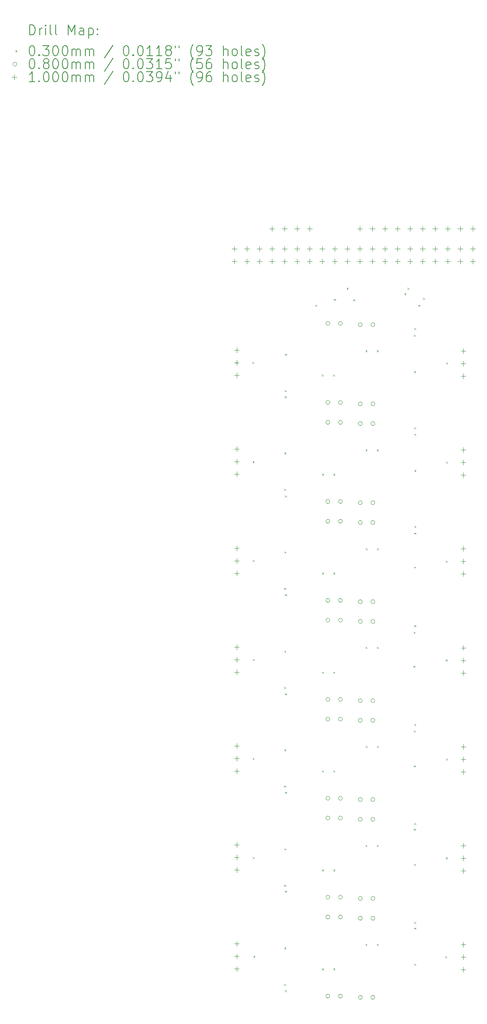
<source format=gbr>
%TF.GenerationSoftware,KiCad,Pcbnew,8.0.6*%
%TF.CreationDate,2025-02-01T13:52:49+01:00*%
%TF.ProjectId,Beecounter,42656563-6f75-46e7-9465-722e6b696361,rev?*%
%TF.SameCoordinates,Original*%
%TF.FileFunction,Drillmap*%
%TF.FilePolarity,Positive*%
%FSLAX45Y45*%
G04 Gerber Fmt 4.5, Leading zero omitted, Abs format (unit mm)*
G04 Created by KiCad (PCBNEW 8.0.6) date 2025-02-01 13:52:49*
%MOMM*%
%LPD*%
G01*
G04 APERTURE LIST*
%ADD10C,0.200000*%
%ADD11C,0.100000*%
G04 APERTURE END LIST*
D10*
D11*
X4433750Y-6920500D02*
X4463750Y-6950500D01*
X4463750Y-6920500D02*
X4433750Y-6950500D01*
X4767000Y-6926500D02*
X4797000Y-6956500D01*
X4797000Y-6926500D02*
X4767000Y-6956500D01*
X4772000Y-8931500D02*
X4802000Y-8961500D01*
X4802000Y-8931500D02*
X4772000Y-8961500D01*
X4772000Y-14931500D02*
X4802000Y-14961500D01*
X4802000Y-14931500D02*
X4772000Y-14961500D01*
X4777000Y-10931500D02*
X4807000Y-10961500D01*
X4807000Y-10931500D02*
X4777000Y-10961500D01*
X4777000Y-16931500D02*
X4807000Y-16961500D01*
X4807000Y-16931500D02*
X4777000Y-16961500D01*
X4782000Y-12931500D02*
X4812000Y-12961500D01*
X4812000Y-12931500D02*
X4782000Y-12961500D01*
X4787000Y-18931500D02*
X4817000Y-18961500D01*
X4817000Y-18931500D02*
X4787000Y-18961500D01*
X5409500Y-9491000D02*
X5439500Y-9521000D01*
X5439500Y-9491000D02*
X5409500Y-9521000D01*
X5409500Y-11491000D02*
X5439500Y-11521000D01*
X5439500Y-11491000D02*
X5409500Y-11521000D01*
X5409500Y-13496000D02*
X5439500Y-13526000D01*
X5439500Y-13496000D02*
X5409500Y-13526000D01*
X5409500Y-15491000D02*
X5439500Y-15521000D01*
X5439500Y-15491000D02*
X5409500Y-15521000D01*
X5409500Y-17496000D02*
X5439500Y-17526000D01*
X5439500Y-17496000D02*
X5409500Y-17526000D01*
X5409500Y-19496000D02*
X5439500Y-19526000D01*
X5439500Y-19496000D02*
X5409500Y-19526000D01*
X5414500Y-8756000D02*
X5444500Y-8786000D01*
X5444500Y-8756000D02*
X5414500Y-8786000D01*
X5414500Y-10756000D02*
X5444500Y-10786000D01*
X5444500Y-10756000D02*
X5414500Y-10786000D01*
X5414500Y-12761000D02*
X5444500Y-12791000D01*
X5444500Y-12761000D02*
X5414500Y-12791000D01*
X5414500Y-14756000D02*
X5444500Y-14786000D01*
X5444500Y-14756000D02*
X5414500Y-14786000D01*
X5414500Y-16761000D02*
X5444500Y-16791000D01*
X5444500Y-16761000D02*
X5414500Y-16791000D01*
X5414500Y-18761000D02*
X5444500Y-18791000D01*
X5444500Y-18761000D02*
X5414500Y-18791000D01*
X5422000Y-7496000D02*
X5452000Y-7526000D01*
X5452000Y-7496000D02*
X5422000Y-7526000D01*
X5423750Y-7620500D02*
X5453750Y-7650500D01*
X5453750Y-7620500D02*
X5423750Y-7650500D01*
X5427000Y-6761000D02*
X5457000Y-6791000D01*
X5457000Y-6761000D02*
X5427000Y-6791000D01*
X5427000Y-9626000D02*
X5457000Y-9656000D01*
X5457000Y-9626000D02*
X5427000Y-9656000D01*
X5427000Y-11621000D02*
X5457000Y-11651000D01*
X5457000Y-11621000D02*
X5427000Y-11651000D01*
X5427000Y-13626000D02*
X5457000Y-13656000D01*
X5457000Y-13626000D02*
X5427000Y-13656000D01*
X5427000Y-15616000D02*
X5457000Y-15646000D01*
X5457000Y-15616000D02*
X5427000Y-15646000D01*
X5427000Y-17616000D02*
X5457000Y-17646000D01*
X5457000Y-17616000D02*
X5427000Y-17646000D01*
X5427000Y-19626000D02*
X5457000Y-19656000D01*
X5457000Y-19626000D02*
X5427000Y-19656000D01*
X6040000Y-5771006D02*
X6070000Y-5801006D01*
X6070000Y-5771006D02*
X6040000Y-5801006D01*
X6173750Y-7180500D02*
X6203750Y-7210500D01*
X6203750Y-7180500D02*
X6173750Y-7210500D01*
X6177000Y-9184750D02*
X6207000Y-9214750D01*
X6207000Y-9184750D02*
X6177000Y-9214750D01*
X6177000Y-11184750D02*
X6207000Y-11214750D01*
X6207000Y-11184750D02*
X6177000Y-11214750D01*
X6177000Y-13184750D02*
X6207000Y-13214750D01*
X6207000Y-13184750D02*
X6177000Y-13214750D01*
X6177000Y-15184750D02*
X6207000Y-15214750D01*
X6207000Y-15184750D02*
X6177000Y-15214750D01*
X6177000Y-17184750D02*
X6207000Y-17214750D01*
X6207000Y-17184750D02*
X6177000Y-17214750D01*
X6177000Y-19184750D02*
X6207000Y-19214750D01*
X6207000Y-19184750D02*
X6177000Y-19214750D01*
X6403750Y-7180500D02*
X6433750Y-7210500D01*
X6433750Y-7180500D02*
X6403750Y-7210500D01*
X6407000Y-9184750D02*
X6437000Y-9214750D01*
X6437000Y-9184750D02*
X6407000Y-9214750D01*
X6407000Y-11184750D02*
X6437000Y-11214750D01*
X6437000Y-11184750D02*
X6407000Y-11214750D01*
X6407000Y-13184750D02*
X6437000Y-13214750D01*
X6437000Y-13184750D02*
X6407000Y-13214750D01*
X6407000Y-15184750D02*
X6437000Y-15214750D01*
X6437000Y-15184750D02*
X6407000Y-15214750D01*
X6407000Y-17184750D02*
X6437000Y-17214750D01*
X6437000Y-17184750D02*
X6407000Y-17214750D01*
X6407000Y-19184750D02*
X6437000Y-19214750D01*
X6437000Y-19184750D02*
X6407000Y-19214750D01*
X6417000Y-5652513D02*
X6447000Y-5682513D01*
X6447000Y-5652513D02*
X6417000Y-5682513D01*
X6677000Y-5426000D02*
X6707000Y-5456000D01*
X6707000Y-5426000D02*
X6677000Y-5456000D01*
X6807000Y-5661000D02*
X6837000Y-5691000D01*
X6837000Y-5661000D02*
X6807000Y-5691000D01*
X7057000Y-6686000D02*
X7087000Y-6716000D01*
X7087000Y-6686000D02*
X7057000Y-6716000D01*
X7057000Y-8693000D02*
X7087000Y-8723000D01*
X7087000Y-8693000D02*
X7057000Y-8723000D01*
X7057000Y-12688000D02*
X7087000Y-12718000D01*
X7087000Y-12688000D02*
X7057000Y-12718000D01*
X7057000Y-16693000D02*
X7087000Y-16723000D01*
X7087000Y-16693000D02*
X7057000Y-16723000D01*
X7057000Y-18688000D02*
X7087000Y-18718000D01*
X7087000Y-18688000D02*
X7057000Y-18718000D01*
X7062000Y-10693000D02*
X7092000Y-10723000D01*
X7092000Y-10693000D02*
X7062000Y-10723000D01*
X7062000Y-14688000D02*
X7092000Y-14718000D01*
X7092000Y-14688000D02*
X7062000Y-14718000D01*
X7287000Y-6686000D02*
X7317000Y-6716000D01*
X7317000Y-6686000D02*
X7287000Y-6716000D01*
X7287000Y-8693000D02*
X7317000Y-8723000D01*
X7317000Y-8693000D02*
X7287000Y-8723000D01*
X7287000Y-12688000D02*
X7317000Y-12718000D01*
X7317000Y-12688000D02*
X7287000Y-12718000D01*
X7287000Y-16693000D02*
X7317000Y-16723000D01*
X7317000Y-16693000D02*
X7287000Y-16723000D01*
X7287000Y-18688000D02*
X7317000Y-18718000D01*
X7317000Y-18688000D02*
X7287000Y-18718000D01*
X7292000Y-10693000D02*
X7322000Y-10723000D01*
X7322000Y-10693000D02*
X7292000Y-10723000D01*
X7292000Y-14688000D02*
X7322000Y-14718000D01*
X7322000Y-14688000D02*
X7292000Y-14718000D01*
X7847000Y-5536000D02*
X7877000Y-5566000D01*
X7877000Y-5536000D02*
X7847000Y-5566000D01*
X7907000Y-5426000D02*
X7937000Y-5456000D01*
X7937000Y-5426000D02*
X7907000Y-5456000D01*
X8026250Y-13068750D02*
X8056250Y-13098750D01*
X8056250Y-13068750D02*
X8026250Y-13098750D01*
X8032000Y-12380983D02*
X8062000Y-12410983D01*
X8062000Y-12380983D02*
X8032000Y-12410983D01*
X8033750Y-15083750D02*
X8063750Y-15113750D01*
X8063750Y-15083750D02*
X8033750Y-15113750D01*
X8037000Y-6376000D02*
X8067000Y-6406000D01*
X8067000Y-6376000D02*
X8037000Y-6406000D01*
X8037000Y-14375983D02*
X8067000Y-14405983D01*
X8067000Y-14375983D02*
X8037000Y-14405983D01*
X8037000Y-16360983D02*
X8067000Y-16390983D01*
X8067000Y-16360983D02*
X8037000Y-16390983D01*
X8038750Y-7110500D02*
X8068750Y-7140500D01*
X8068750Y-7110500D02*
X8038750Y-7140500D01*
X8040000Y-11062500D02*
X8070000Y-11092500D01*
X8070000Y-11062500D02*
X8040000Y-11092500D01*
X8041250Y-17073750D02*
X8071250Y-17103750D01*
X8071250Y-17073750D02*
X8041250Y-17103750D01*
X8042000Y-6241000D02*
X8072000Y-6271000D01*
X8072000Y-6241000D02*
X8042000Y-6271000D01*
X8042000Y-8246000D02*
X8072000Y-8276000D01*
X8072000Y-8246000D02*
X8042000Y-8276000D01*
X8042000Y-10375983D02*
X8072000Y-10405983D01*
X8072000Y-10375983D02*
X8042000Y-10405983D01*
X8042000Y-12246000D02*
X8072000Y-12276000D01*
X8072000Y-12246000D02*
X8042000Y-12276000D01*
X8042000Y-16246000D02*
X8072000Y-16276000D01*
X8072000Y-16246000D02*
X8042000Y-16276000D01*
X8042000Y-18246000D02*
X8072000Y-18276000D01*
X8072000Y-18246000D02*
X8042000Y-18276000D01*
X8042000Y-18360983D02*
X8072000Y-18390983D01*
X8072000Y-18360983D02*
X8042000Y-18390983D01*
X8043750Y-19093526D02*
X8073750Y-19123526D01*
X8073750Y-19093526D02*
X8043750Y-19123526D01*
X8047000Y-8375983D02*
X8077000Y-8405983D01*
X8077000Y-8375983D02*
X8047000Y-8405983D01*
X8047000Y-10241000D02*
X8077000Y-10271000D01*
X8077000Y-10241000D02*
X8047000Y-10271000D01*
X8047000Y-14246000D02*
X8077000Y-14276000D01*
X8077000Y-14246000D02*
X8047000Y-14276000D01*
X8048750Y-9110500D02*
X8078750Y-9140500D01*
X8078750Y-9110500D02*
X8048750Y-9140500D01*
X8127000Y-5771000D02*
X8157000Y-5801000D01*
X8157000Y-5771000D02*
X8127000Y-5801000D01*
X8222000Y-5631000D02*
X8252000Y-5661000D01*
X8252000Y-5631000D02*
X8222000Y-5661000D01*
X8672000Y-18941500D02*
X8702000Y-18971500D01*
X8702000Y-18941500D02*
X8672000Y-18971500D01*
X8677000Y-12941500D02*
X8707000Y-12971500D01*
X8707000Y-12941500D02*
X8677000Y-12971500D01*
X8682000Y-10941500D02*
X8712000Y-10971500D01*
X8712000Y-10941500D02*
X8682000Y-10971500D01*
X8682000Y-16941500D02*
X8712000Y-16971500D01*
X8712000Y-16941500D02*
X8682000Y-16971500D01*
X8687000Y-8941500D02*
X8717000Y-8971500D01*
X8717000Y-8941500D02*
X8687000Y-8971500D01*
X8687000Y-14941500D02*
X8717000Y-14971500D01*
X8717000Y-14941500D02*
X8687000Y-14971500D01*
X8692000Y-6936500D02*
X8722000Y-6966500D01*
X8722000Y-6936500D02*
X8692000Y-6966500D01*
X6334750Y-6145500D02*
G75*
G02*
X6254750Y-6145500I-40000J0D01*
G01*
X6254750Y-6145500D02*
G75*
G02*
X6334750Y-6145500I40000J0D01*
G01*
X6334750Y-7745500D02*
G75*
G02*
X6254750Y-7745500I-40000J0D01*
G01*
X6254750Y-7745500D02*
G75*
G02*
X6334750Y-7745500I40000J0D01*
G01*
X6334750Y-8145500D02*
G75*
G02*
X6254750Y-8145500I-40000J0D01*
G01*
X6254750Y-8145500D02*
G75*
G02*
X6334750Y-8145500I40000J0D01*
G01*
X6334750Y-9745500D02*
G75*
G02*
X6254750Y-9745500I-40000J0D01*
G01*
X6254750Y-9745500D02*
G75*
G02*
X6334750Y-9745500I40000J0D01*
G01*
X6334750Y-10145500D02*
G75*
G02*
X6254750Y-10145500I-40000J0D01*
G01*
X6254750Y-10145500D02*
G75*
G02*
X6334750Y-10145500I40000J0D01*
G01*
X6334750Y-11745500D02*
G75*
G02*
X6254750Y-11745500I-40000J0D01*
G01*
X6254750Y-11745500D02*
G75*
G02*
X6334750Y-11745500I40000J0D01*
G01*
X6334750Y-12145500D02*
G75*
G02*
X6254750Y-12145500I-40000J0D01*
G01*
X6254750Y-12145500D02*
G75*
G02*
X6334750Y-12145500I40000J0D01*
G01*
X6334750Y-13745500D02*
G75*
G02*
X6254750Y-13745500I-40000J0D01*
G01*
X6254750Y-13745500D02*
G75*
G02*
X6334750Y-13745500I40000J0D01*
G01*
X6334750Y-14145500D02*
G75*
G02*
X6254750Y-14145500I-40000J0D01*
G01*
X6254750Y-14145500D02*
G75*
G02*
X6334750Y-14145500I40000J0D01*
G01*
X6334750Y-15745500D02*
G75*
G02*
X6254750Y-15745500I-40000J0D01*
G01*
X6254750Y-15745500D02*
G75*
G02*
X6334750Y-15745500I40000J0D01*
G01*
X6334750Y-16145500D02*
G75*
G02*
X6254750Y-16145500I-40000J0D01*
G01*
X6254750Y-16145500D02*
G75*
G02*
X6334750Y-16145500I40000J0D01*
G01*
X6334750Y-17745500D02*
G75*
G02*
X6254750Y-17745500I-40000J0D01*
G01*
X6254750Y-17745500D02*
G75*
G02*
X6334750Y-17745500I40000J0D01*
G01*
X6334750Y-18145500D02*
G75*
G02*
X6254750Y-18145500I-40000J0D01*
G01*
X6254750Y-18145500D02*
G75*
G02*
X6334750Y-18145500I40000J0D01*
G01*
X6334750Y-19745500D02*
G75*
G02*
X6254750Y-19745500I-40000J0D01*
G01*
X6254750Y-19745500D02*
G75*
G02*
X6334750Y-19745500I40000J0D01*
G01*
X6588750Y-6145500D02*
G75*
G02*
X6508750Y-6145500I-40000J0D01*
G01*
X6508750Y-6145500D02*
G75*
G02*
X6588750Y-6145500I40000J0D01*
G01*
X6588750Y-7745500D02*
G75*
G02*
X6508750Y-7745500I-40000J0D01*
G01*
X6508750Y-7745500D02*
G75*
G02*
X6588750Y-7745500I40000J0D01*
G01*
X6588750Y-8145500D02*
G75*
G02*
X6508750Y-8145500I-40000J0D01*
G01*
X6508750Y-8145500D02*
G75*
G02*
X6588750Y-8145500I40000J0D01*
G01*
X6588750Y-9745500D02*
G75*
G02*
X6508750Y-9745500I-40000J0D01*
G01*
X6508750Y-9745500D02*
G75*
G02*
X6588750Y-9745500I40000J0D01*
G01*
X6588750Y-10145500D02*
G75*
G02*
X6508750Y-10145500I-40000J0D01*
G01*
X6508750Y-10145500D02*
G75*
G02*
X6588750Y-10145500I40000J0D01*
G01*
X6588750Y-11745500D02*
G75*
G02*
X6508750Y-11745500I-40000J0D01*
G01*
X6508750Y-11745500D02*
G75*
G02*
X6588750Y-11745500I40000J0D01*
G01*
X6588750Y-12145500D02*
G75*
G02*
X6508750Y-12145500I-40000J0D01*
G01*
X6508750Y-12145500D02*
G75*
G02*
X6588750Y-12145500I40000J0D01*
G01*
X6588750Y-13745500D02*
G75*
G02*
X6508750Y-13745500I-40000J0D01*
G01*
X6508750Y-13745500D02*
G75*
G02*
X6588750Y-13745500I40000J0D01*
G01*
X6588750Y-14145500D02*
G75*
G02*
X6508750Y-14145500I-40000J0D01*
G01*
X6508750Y-14145500D02*
G75*
G02*
X6588750Y-14145500I40000J0D01*
G01*
X6588750Y-15745500D02*
G75*
G02*
X6508750Y-15745500I-40000J0D01*
G01*
X6508750Y-15745500D02*
G75*
G02*
X6588750Y-15745500I40000J0D01*
G01*
X6588750Y-16145500D02*
G75*
G02*
X6508750Y-16145500I-40000J0D01*
G01*
X6508750Y-16145500D02*
G75*
G02*
X6588750Y-16145500I40000J0D01*
G01*
X6588750Y-17745500D02*
G75*
G02*
X6508750Y-17745500I-40000J0D01*
G01*
X6508750Y-17745500D02*
G75*
G02*
X6588750Y-17745500I40000J0D01*
G01*
X6588750Y-18145500D02*
G75*
G02*
X6508750Y-18145500I-40000J0D01*
G01*
X6508750Y-18145500D02*
G75*
G02*
X6588750Y-18145500I40000J0D01*
G01*
X6588750Y-19745500D02*
G75*
G02*
X6508750Y-19745500I-40000J0D01*
G01*
X6508750Y-19745500D02*
G75*
G02*
X6588750Y-19745500I40000J0D01*
G01*
X6992000Y-6171000D02*
G75*
G02*
X6912000Y-6171000I-40000J0D01*
G01*
X6912000Y-6171000D02*
G75*
G02*
X6992000Y-6171000I40000J0D01*
G01*
X6992000Y-7771000D02*
G75*
G02*
X6912000Y-7771000I-40000J0D01*
G01*
X6912000Y-7771000D02*
G75*
G02*
X6992000Y-7771000I40000J0D01*
G01*
X6992000Y-8171000D02*
G75*
G02*
X6912000Y-8171000I-40000J0D01*
G01*
X6912000Y-8171000D02*
G75*
G02*
X6992000Y-8171000I40000J0D01*
G01*
X6992000Y-9771000D02*
G75*
G02*
X6912000Y-9771000I-40000J0D01*
G01*
X6912000Y-9771000D02*
G75*
G02*
X6992000Y-9771000I40000J0D01*
G01*
X6992000Y-10171000D02*
G75*
G02*
X6912000Y-10171000I-40000J0D01*
G01*
X6912000Y-10171000D02*
G75*
G02*
X6992000Y-10171000I40000J0D01*
G01*
X6992000Y-11771000D02*
G75*
G02*
X6912000Y-11771000I-40000J0D01*
G01*
X6912000Y-11771000D02*
G75*
G02*
X6992000Y-11771000I40000J0D01*
G01*
X6992000Y-12171000D02*
G75*
G02*
X6912000Y-12171000I-40000J0D01*
G01*
X6912000Y-12171000D02*
G75*
G02*
X6992000Y-12171000I40000J0D01*
G01*
X6992000Y-13771000D02*
G75*
G02*
X6912000Y-13771000I-40000J0D01*
G01*
X6912000Y-13771000D02*
G75*
G02*
X6992000Y-13771000I40000J0D01*
G01*
X6992000Y-14171000D02*
G75*
G02*
X6912000Y-14171000I-40000J0D01*
G01*
X6912000Y-14171000D02*
G75*
G02*
X6992000Y-14171000I40000J0D01*
G01*
X6992000Y-15771000D02*
G75*
G02*
X6912000Y-15771000I-40000J0D01*
G01*
X6912000Y-15771000D02*
G75*
G02*
X6992000Y-15771000I40000J0D01*
G01*
X6992000Y-16171000D02*
G75*
G02*
X6912000Y-16171000I-40000J0D01*
G01*
X6912000Y-16171000D02*
G75*
G02*
X6992000Y-16171000I40000J0D01*
G01*
X6992000Y-17771000D02*
G75*
G02*
X6912000Y-17771000I-40000J0D01*
G01*
X6912000Y-17771000D02*
G75*
G02*
X6992000Y-17771000I40000J0D01*
G01*
X6992000Y-18171000D02*
G75*
G02*
X6912000Y-18171000I-40000J0D01*
G01*
X6912000Y-18171000D02*
G75*
G02*
X6992000Y-18171000I40000J0D01*
G01*
X6992000Y-19771000D02*
G75*
G02*
X6912000Y-19771000I-40000J0D01*
G01*
X6912000Y-19771000D02*
G75*
G02*
X6992000Y-19771000I40000J0D01*
G01*
X7246000Y-6171000D02*
G75*
G02*
X7166000Y-6171000I-40000J0D01*
G01*
X7166000Y-6171000D02*
G75*
G02*
X7246000Y-6171000I40000J0D01*
G01*
X7246000Y-7771000D02*
G75*
G02*
X7166000Y-7771000I-40000J0D01*
G01*
X7166000Y-7771000D02*
G75*
G02*
X7246000Y-7771000I40000J0D01*
G01*
X7246000Y-8171000D02*
G75*
G02*
X7166000Y-8171000I-40000J0D01*
G01*
X7166000Y-8171000D02*
G75*
G02*
X7246000Y-8171000I40000J0D01*
G01*
X7246000Y-9771000D02*
G75*
G02*
X7166000Y-9771000I-40000J0D01*
G01*
X7166000Y-9771000D02*
G75*
G02*
X7246000Y-9771000I40000J0D01*
G01*
X7246000Y-10171000D02*
G75*
G02*
X7166000Y-10171000I-40000J0D01*
G01*
X7166000Y-10171000D02*
G75*
G02*
X7246000Y-10171000I40000J0D01*
G01*
X7246000Y-11771000D02*
G75*
G02*
X7166000Y-11771000I-40000J0D01*
G01*
X7166000Y-11771000D02*
G75*
G02*
X7246000Y-11771000I40000J0D01*
G01*
X7246000Y-12171000D02*
G75*
G02*
X7166000Y-12171000I-40000J0D01*
G01*
X7166000Y-12171000D02*
G75*
G02*
X7246000Y-12171000I40000J0D01*
G01*
X7246000Y-13771000D02*
G75*
G02*
X7166000Y-13771000I-40000J0D01*
G01*
X7166000Y-13771000D02*
G75*
G02*
X7246000Y-13771000I40000J0D01*
G01*
X7246000Y-14171000D02*
G75*
G02*
X7166000Y-14171000I-40000J0D01*
G01*
X7166000Y-14171000D02*
G75*
G02*
X7246000Y-14171000I40000J0D01*
G01*
X7246000Y-15771000D02*
G75*
G02*
X7166000Y-15771000I-40000J0D01*
G01*
X7166000Y-15771000D02*
G75*
G02*
X7246000Y-15771000I40000J0D01*
G01*
X7246000Y-16171000D02*
G75*
G02*
X7166000Y-16171000I-40000J0D01*
G01*
X7166000Y-16171000D02*
G75*
G02*
X7246000Y-16171000I40000J0D01*
G01*
X7246000Y-17771000D02*
G75*
G02*
X7166000Y-17771000I-40000J0D01*
G01*
X7166000Y-17771000D02*
G75*
G02*
X7246000Y-17771000I40000J0D01*
G01*
X7246000Y-18171000D02*
G75*
G02*
X7166000Y-18171000I-40000J0D01*
G01*
X7166000Y-18171000D02*
G75*
G02*
X7246000Y-18171000I40000J0D01*
G01*
X7246000Y-19771000D02*
G75*
G02*
X7166000Y-19771000I-40000J0D01*
G01*
X7166000Y-19771000D02*
G75*
G02*
X7246000Y-19771000I40000J0D01*
G01*
X4404000Y-4587000D02*
X4404000Y-4687000D01*
X4354000Y-4637000D02*
X4454000Y-4637000D01*
X4404000Y-4841000D02*
X4404000Y-4941000D01*
X4354000Y-4891000D02*
X4454000Y-4891000D01*
X4448750Y-6637500D02*
X4448750Y-6737500D01*
X4398750Y-6687500D02*
X4498750Y-6687500D01*
X4448750Y-6891500D02*
X4448750Y-6991500D01*
X4398750Y-6941500D02*
X4498750Y-6941500D01*
X4448750Y-7145500D02*
X4448750Y-7245500D01*
X4398750Y-7195500D02*
X4498750Y-7195500D01*
X4448750Y-8637500D02*
X4448750Y-8737500D01*
X4398750Y-8687500D02*
X4498750Y-8687500D01*
X4448750Y-8891500D02*
X4448750Y-8991500D01*
X4398750Y-8941500D02*
X4498750Y-8941500D01*
X4448750Y-9145500D02*
X4448750Y-9245500D01*
X4398750Y-9195500D02*
X4498750Y-9195500D01*
X4448750Y-10637500D02*
X4448750Y-10737500D01*
X4398750Y-10687500D02*
X4498750Y-10687500D01*
X4448750Y-10891500D02*
X4448750Y-10991500D01*
X4398750Y-10941500D02*
X4498750Y-10941500D01*
X4448750Y-11145500D02*
X4448750Y-11245500D01*
X4398750Y-11195500D02*
X4498750Y-11195500D01*
X4448750Y-12637500D02*
X4448750Y-12737500D01*
X4398750Y-12687500D02*
X4498750Y-12687500D01*
X4448750Y-12891500D02*
X4448750Y-12991500D01*
X4398750Y-12941500D02*
X4498750Y-12941500D01*
X4448750Y-13145500D02*
X4448750Y-13245500D01*
X4398750Y-13195500D02*
X4498750Y-13195500D01*
X4448750Y-14637500D02*
X4448750Y-14737500D01*
X4398750Y-14687500D02*
X4498750Y-14687500D01*
X4448750Y-14891500D02*
X4448750Y-14991500D01*
X4398750Y-14941500D02*
X4498750Y-14941500D01*
X4448750Y-15145500D02*
X4448750Y-15245500D01*
X4398750Y-15195500D02*
X4498750Y-15195500D01*
X4448750Y-16637500D02*
X4448750Y-16737500D01*
X4398750Y-16687500D02*
X4498750Y-16687500D01*
X4448750Y-16891500D02*
X4448750Y-16991500D01*
X4398750Y-16941500D02*
X4498750Y-16941500D01*
X4448750Y-17145500D02*
X4448750Y-17245500D01*
X4398750Y-17195500D02*
X4498750Y-17195500D01*
X4448750Y-18637500D02*
X4448750Y-18737500D01*
X4398750Y-18687500D02*
X4498750Y-18687500D01*
X4448750Y-18891500D02*
X4448750Y-18991500D01*
X4398750Y-18941500D02*
X4498750Y-18941500D01*
X4448750Y-19145500D02*
X4448750Y-19245500D01*
X4398750Y-19195500D02*
X4498750Y-19195500D01*
X4658000Y-4587000D02*
X4658000Y-4687000D01*
X4608000Y-4637000D02*
X4708000Y-4637000D01*
X4658000Y-4841000D02*
X4658000Y-4941000D01*
X4608000Y-4891000D02*
X4708000Y-4891000D01*
X4912000Y-4587000D02*
X4912000Y-4687000D01*
X4862000Y-4637000D02*
X4962000Y-4637000D01*
X4912000Y-4841000D02*
X4912000Y-4941000D01*
X4862000Y-4891000D02*
X4962000Y-4891000D01*
X5163000Y-4180000D02*
X5163000Y-4280000D01*
X5113000Y-4230000D02*
X5213000Y-4230000D01*
X5166000Y-4587000D02*
X5166000Y-4687000D01*
X5116000Y-4637000D02*
X5216000Y-4637000D01*
X5166000Y-4841000D02*
X5166000Y-4941000D01*
X5116000Y-4891000D02*
X5216000Y-4891000D01*
X5417000Y-4180000D02*
X5417000Y-4280000D01*
X5367000Y-4230000D02*
X5467000Y-4230000D01*
X5420000Y-4587000D02*
X5420000Y-4687000D01*
X5370000Y-4637000D02*
X5470000Y-4637000D01*
X5420000Y-4841000D02*
X5420000Y-4941000D01*
X5370000Y-4891000D02*
X5470000Y-4891000D01*
X5671000Y-4180000D02*
X5671000Y-4280000D01*
X5621000Y-4230000D02*
X5721000Y-4230000D01*
X5674000Y-4587000D02*
X5674000Y-4687000D01*
X5624000Y-4637000D02*
X5724000Y-4637000D01*
X5674000Y-4841000D02*
X5674000Y-4941000D01*
X5624000Y-4891000D02*
X5724000Y-4891000D01*
X5925000Y-4180000D02*
X5925000Y-4280000D01*
X5875000Y-4230000D02*
X5975000Y-4230000D01*
X5928000Y-4587000D02*
X5928000Y-4687000D01*
X5878000Y-4637000D02*
X5978000Y-4637000D01*
X5928000Y-4841000D02*
X5928000Y-4941000D01*
X5878000Y-4891000D02*
X5978000Y-4891000D01*
X6182000Y-4587000D02*
X6182000Y-4687000D01*
X6132000Y-4637000D02*
X6232000Y-4637000D01*
X6182000Y-4841000D02*
X6182000Y-4941000D01*
X6132000Y-4891000D02*
X6232000Y-4891000D01*
X6436000Y-4587000D02*
X6436000Y-4687000D01*
X6386000Y-4637000D02*
X6486000Y-4637000D01*
X6436000Y-4841000D02*
X6436000Y-4941000D01*
X6386000Y-4891000D02*
X6486000Y-4891000D01*
X6690000Y-4587000D02*
X6690000Y-4687000D01*
X6640000Y-4637000D02*
X6740000Y-4637000D01*
X6690000Y-4841000D02*
X6690000Y-4941000D01*
X6640000Y-4891000D02*
X6740000Y-4891000D01*
X6942000Y-4181000D02*
X6942000Y-4281000D01*
X6892000Y-4231000D02*
X6992000Y-4231000D01*
X6944000Y-4587000D02*
X6944000Y-4687000D01*
X6894000Y-4637000D02*
X6994000Y-4637000D01*
X6944000Y-4841000D02*
X6944000Y-4941000D01*
X6894000Y-4891000D02*
X6994000Y-4891000D01*
X7196000Y-4181000D02*
X7196000Y-4281000D01*
X7146000Y-4231000D02*
X7246000Y-4231000D01*
X7198000Y-4587000D02*
X7198000Y-4687000D01*
X7148000Y-4637000D02*
X7248000Y-4637000D01*
X7198000Y-4841000D02*
X7198000Y-4941000D01*
X7148000Y-4891000D02*
X7248000Y-4891000D01*
X7450000Y-4181000D02*
X7450000Y-4281000D01*
X7400000Y-4231000D02*
X7500000Y-4231000D01*
X7452000Y-4587000D02*
X7452000Y-4687000D01*
X7402000Y-4637000D02*
X7502000Y-4637000D01*
X7452000Y-4841000D02*
X7452000Y-4941000D01*
X7402000Y-4891000D02*
X7502000Y-4891000D01*
X7704000Y-4181000D02*
X7704000Y-4281000D01*
X7654000Y-4231000D02*
X7754000Y-4231000D01*
X7706000Y-4587000D02*
X7706000Y-4687000D01*
X7656000Y-4637000D02*
X7756000Y-4637000D01*
X7706000Y-4841000D02*
X7706000Y-4941000D01*
X7656000Y-4891000D02*
X7756000Y-4891000D01*
X7958000Y-4181000D02*
X7958000Y-4281000D01*
X7908000Y-4231000D02*
X8008000Y-4231000D01*
X7960000Y-4587000D02*
X7960000Y-4687000D01*
X7910000Y-4637000D02*
X8010000Y-4637000D01*
X7960000Y-4841000D02*
X7960000Y-4941000D01*
X7910000Y-4891000D02*
X8010000Y-4891000D01*
X8212000Y-4181000D02*
X8212000Y-4281000D01*
X8162000Y-4231000D02*
X8262000Y-4231000D01*
X8214000Y-4587000D02*
X8214000Y-4687000D01*
X8164000Y-4637000D02*
X8264000Y-4637000D01*
X8214000Y-4841000D02*
X8214000Y-4941000D01*
X8164000Y-4891000D02*
X8264000Y-4891000D01*
X8466000Y-4181000D02*
X8466000Y-4281000D01*
X8416000Y-4231000D02*
X8516000Y-4231000D01*
X8468000Y-4587000D02*
X8468000Y-4687000D01*
X8418000Y-4637000D02*
X8518000Y-4637000D01*
X8468000Y-4841000D02*
X8468000Y-4941000D01*
X8418000Y-4891000D02*
X8518000Y-4891000D01*
X8720000Y-4181000D02*
X8720000Y-4281000D01*
X8670000Y-4231000D02*
X8770000Y-4231000D01*
X8722000Y-4587000D02*
X8722000Y-4687000D01*
X8672000Y-4637000D02*
X8772000Y-4637000D01*
X8722000Y-4841000D02*
X8722000Y-4941000D01*
X8672000Y-4891000D02*
X8772000Y-4891000D01*
X8974000Y-4181000D02*
X8974000Y-4281000D01*
X8924000Y-4231000D02*
X9024000Y-4231000D01*
X8976000Y-4587000D02*
X8976000Y-4687000D01*
X8926000Y-4637000D02*
X9026000Y-4637000D01*
X8976000Y-4841000D02*
X8976000Y-4941000D01*
X8926000Y-4891000D02*
X9026000Y-4891000D01*
X9037000Y-6652000D02*
X9037000Y-6752000D01*
X8987000Y-6702000D02*
X9087000Y-6702000D01*
X9037000Y-6906000D02*
X9037000Y-7006000D01*
X8987000Y-6956000D02*
X9087000Y-6956000D01*
X9037000Y-7160000D02*
X9037000Y-7260000D01*
X8987000Y-7210000D02*
X9087000Y-7210000D01*
X9037000Y-8652000D02*
X9037000Y-8752000D01*
X8987000Y-8702000D02*
X9087000Y-8702000D01*
X9037000Y-8906000D02*
X9037000Y-9006000D01*
X8987000Y-8956000D02*
X9087000Y-8956000D01*
X9037000Y-9160000D02*
X9037000Y-9260000D01*
X8987000Y-9210000D02*
X9087000Y-9210000D01*
X9037000Y-10652000D02*
X9037000Y-10752000D01*
X8987000Y-10702000D02*
X9087000Y-10702000D01*
X9037000Y-10906000D02*
X9037000Y-11006000D01*
X8987000Y-10956000D02*
X9087000Y-10956000D01*
X9037000Y-11160000D02*
X9037000Y-11260000D01*
X8987000Y-11210000D02*
X9087000Y-11210000D01*
X9037000Y-12652000D02*
X9037000Y-12752000D01*
X8987000Y-12702000D02*
X9087000Y-12702000D01*
X9037000Y-12906000D02*
X9037000Y-13006000D01*
X8987000Y-12956000D02*
X9087000Y-12956000D01*
X9037000Y-13160000D02*
X9037000Y-13260000D01*
X8987000Y-13210000D02*
X9087000Y-13210000D01*
X9037000Y-14652000D02*
X9037000Y-14752000D01*
X8987000Y-14702000D02*
X9087000Y-14702000D01*
X9037000Y-14906000D02*
X9037000Y-15006000D01*
X8987000Y-14956000D02*
X9087000Y-14956000D01*
X9037000Y-15160000D02*
X9037000Y-15260000D01*
X8987000Y-15210000D02*
X9087000Y-15210000D01*
X9037000Y-16652000D02*
X9037000Y-16752000D01*
X8987000Y-16702000D02*
X9087000Y-16702000D01*
X9037000Y-16906000D02*
X9037000Y-17006000D01*
X8987000Y-16956000D02*
X9087000Y-16956000D01*
X9037000Y-17160000D02*
X9037000Y-17260000D01*
X8987000Y-17210000D02*
X9087000Y-17210000D01*
X9037000Y-18652000D02*
X9037000Y-18752000D01*
X8987000Y-18702000D02*
X9087000Y-18702000D01*
X9037000Y-18906000D02*
X9037000Y-19006000D01*
X8987000Y-18956000D02*
X9087000Y-18956000D01*
X9037000Y-19160000D02*
X9037000Y-19260000D01*
X8987000Y-19210000D02*
X9087000Y-19210000D01*
X9228000Y-4181000D02*
X9228000Y-4281000D01*
X9178000Y-4231000D02*
X9278000Y-4231000D01*
X9230000Y-4587000D02*
X9230000Y-4687000D01*
X9180000Y-4637000D02*
X9280000Y-4637000D01*
X9230000Y-4841000D02*
X9230000Y-4941000D01*
X9180000Y-4891000D02*
X9280000Y-4891000D01*
D10*
X260777Y-311484D02*
X260777Y-111484D01*
X260777Y-111484D02*
X308396Y-111484D01*
X308396Y-111484D02*
X336967Y-121008D01*
X336967Y-121008D02*
X356015Y-140055D01*
X356015Y-140055D02*
X365539Y-159103D01*
X365539Y-159103D02*
X375062Y-197198D01*
X375062Y-197198D02*
X375062Y-225769D01*
X375062Y-225769D02*
X365539Y-263865D01*
X365539Y-263865D02*
X356015Y-282912D01*
X356015Y-282912D02*
X336967Y-301960D01*
X336967Y-301960D02*
X308396Y-311484D01*
X308396Y-311484D02*
X260777Y-311484D01*
X460777Y-311484D02*
X460777Y-178150D01*
X460777Y-216246D02*
X470301Y-197198D01*
X470301Y-197198D02*
X479824Y-187674D01*
X479824Y-187674D02*
X498872Y-178150D01*
X498872Y-178150D02*
X517920Y-178150D01*
X584586Y-311484D02*
X584586Y-178150D01*
X584586Y-111484D02*
X575063Y-121008D01*
X575063Y-121008D02*
X584586Y-130531D01*
X584586Y-130531D02*
X594110Y-121008D01*
X594110Y-121008D02*
X584586Y-111484D01*
X584586Y-111484D02*
X584586Y-130531D01*
X708396Y-311484D02*
X689348Y-301960D01*
X689348Y-301960D02*
X679824Y-282912D01*
X679824Y-282912D02*
X679824Y-111484D01*
X813158Y-311484D02*
X794110Y-301960D01*
X794110Y-301960D02*
X784586Y-282912D01*
X784586Y-282912D02*
X784586Y-111484D01*
X1041729Y-311484D02*
X1041729Y-111484D01*
X1041729Y-111484D02*
X1108396Y-254341D01*
X1108396Y-254341D02*
X1175063Y-111484D01*
X1175063Y-111484D02*
X1175063Y-311484D01*
X1356015Y-311484D02*
X1356015Y-206722D01*
X1356015Y-206722D02*
X1346491Y-187674D01*
X1346491Y-187674D02*
X1327444Y-178150D01*
X1327444Y-178150D02*
X1289348Y-178150D01*
X1289348Y-178150D02*
X1270301Y-187674D01*
X1356015Y-301960D02*
X1336967Y-311484D01*
X1336967Y-311484D02*
X1289348Y-311484D01*
X1289348Y-311484D02*
X1270301Y-301960D01*
X1270301Y-301960D02*
X1260777Y-282912D01*
X1260777Y-282912D02*
X1260777Y-263865D01*
X1260777Y-263865D02*
X1270301Y-244817D01*
X1270301Y-244817D02*
X1289348Y-235293D01*
X1289348Y-235293D02*
X1336967Y-235293D01*
X1336967Y-235293D02*
X1356015Y-225769D01*
X1451253Y-178150D02*
X1451253Y-378150D01*
X1451253Y-187674D02*
X1470301Y-178150D01*
X1470301Y-178150D02*
X1508396Y-178150D01*
X1508396Y-178150D02*
X1527443Y-187674D01*
X1527443Y-187674D02*
X1536967Y-197198D01*
X1536967Y-197198D02*
X1546491Y-216246D01*
X1546491Y-216246D02*
X1546491Y-273389D01*
X1546491Y-273389D02*
X1536967Y-292436D01*
X1536967Y-292436D02*
X1527443Y-301960D01*
X1527443Y-301960D02*
X1508396Y-311484D01*
X1508396Y-311484D02*
X1470301Y-311484D01*
X1470301Y-311484D02*
X1451253Y-301960D01*
X1632205Y-292436D02*
X1641729Y-301960D01*
X1641729Y-301960D02*
X1632205Y-311484D01*
X1632205Y-311484D02*
X1622682Y-301960D01*
X1622682Y-301960D02*
X1632205Y-292436D01*
X1632205Y-292436D02*
X1632205Y-311484D01*
X1632205Y-187674D02*
X1641729Y-197198D01*
X1641729Y-197198D02*
X1632205Y-206722D01*
X1632205Y-206722D02*
X1622682Y-197198D01*
X1622682Y-197198D02*
X1632205Y-187674D01*
X1632205Y-187674D02*
X1632205Y-206722D01*
D11*
X-30000Y-625000D02*
X0Y-655000D01*
X0Y-625000D02*
X-30000Y-655000D01*
D10*
X298872Y-531484D02*
X317920Y-531484D01*
X317920Y-531484D02*
X336967Y-541008D01*
X336967Y-541008D02*
X346491Y-550531D01*
X346491Y-550531D02*
X356015Y-569579D01*
X356015Y-569579D02*
X365539Y-607674D01*
X365539Y-607674D02*
X365539Y-655293D01*
X365539Y-655293D02*
X356015Y-693389D01*
X356015Y-693389D02*
X346491Y-712436D01*
X346491Y-712436D02*
X336967Y-721960D01*
X336967Y-721960D02*
X317920Y-731484D01*
X317920Y-731484D02*
X298872Y-731484D01*
X298872Y-731484D02*
X279824Y-721960D01*
X279824Y-721960D02*
X270301Y-712436D01*
X270301Y-712436D02*
X260777Y-693389D01*
X260777Y-693389D02*
X251253Y-655293D01*
X251253Y-655293D02*
X251253Y-607674D01*
X251253Y-607674D02*
X260777Y-569579D01*
X260777Y-569579D02*
X270301Y-550531D01*
X270301Y-550531D02*
X279824Y-541008D01*
X279824Y-541008D02*
X298872Y-531484D01*
X451253Y-712436D02*
X460777Y-721960D01*
X460777Y-721960D02*
X451253Y-731484D01*
X451253Y-731484D02*
X441729Y-721960D01*
X441729Y-721960D02*
X451253Y-712436D01*
X451253Y-712436D02*
X451253Y-731484D01*
X527444Y-531484D02*
X651253Y-531484D01*
X651253Y-531484D02*
X584586Y-607674D01*
X584586Y-607674D02*
X613158Y-607674D01*
X613158Y-607674D02*
X632205Y-617198D01*
X632205Y-617198D02*
X641729Y-626722D01*
X641729Y-626722D02*
X651253Y-645770D01*
X651253Y-645770D02*
X651253Y-693389D01*
X651253Y-693389D02*
X641729Y-712436D01*
X641729Y-712436D02*
X632205Y-721960D01*
X632205Y-721960D02*
X613158Y-731484D01*
X613158Y-731484D02*
X556015Y-731484D01*
X556015Y-731484D02*
X536967Y-721960D01*
X536967Y-721960D02*
X527444Y-712436D01*
X775062Y-531484D02*
X794110Y-531484D01*
X794110Y-531484D02*
X813158Y-541008D01*
X813158Y-541008D02*
X822682Y-550531D01*
X822682Y-550531D02*
X832205Y-569579D01*
X832205Y-569579D02*
X841729Y-607674D01*
X841729Y-607674D02*
X841729Y-655293D01*
X841729Y-655293D02*
X832205Y-693389D01*
X832205Y-693389D02*
X822682Y-712436D01*
X822682Y-712436D02*
X813158Y-721960D01*
X813158Y-721960D02*
X794110Y-731484D01*
X794110Y-731484D02*
X775062Y-731484D01*
X775062Y-731484D02*
X756015Y-721960D01*
X756015Y-721960D02*
X746491Y-712436D01*
X746491Y-712436D02*
X736967Y-693389D01*
X736967Y-693389D02*
X727443Y-655293D01*
X727443Y-655293D02*
X727443Y-607674D01*
X727443Y-607674D02*
X736967Y-569579D01*
X736967Y-569579D02*
X746491Y-550531D01*
X746491Y-550531D02*
X756015Y-541008D01*
X756015Y-541008D02*
X775062Y-531484D01*
X965539Y-531484D02*
X984586Y-531484D01*
X984586Y-531484D02*
X1003634Y-541008D01*
X1003634Y-541008D02*
X1013158Y-550531D01*
X1013158Y-550531D02*
X1022682Y-569579D01*
X1022682Y-569579D02*
X1032205Y-607674D01*
X1032205Y-607674D02*
X1032205Y-655293D01*
X1032205Y-655293D02*
X1022682Y-693389D01*
X1022682Y-693389D02*
X1013158Y-712436D01*
X1013158Y-712436D02*
X1003634Y-721960D01*
X1003634Y-721960D02*
X984586Y-731484D01*
X984586Y-731484D02*
X965539Y-731484D01*
X965539Y-731484D02*
X946491Y-721960D01*
X946491Y-721960D02*
X936967Y-712436D01*
X936967Y-712436D02*
X927443Y-693389D01*
X927443Y-693389D02*
X917920Y-655293D01*
X917920Y-655293D02*
X917920Y-607674D01*
X917920Y-607674D02*
X927443Y-569579D01*
X927443Y-569579D02*
X936967Y-550531D01*
X936967Y-550531D02*
X946491Y-541008D01*
X946491Y-541008D02*
X965539Y-531484D01*
X1117920Y-731484D02*
X1117920Y-598150D01*
X1117920Y-617198D02*
X1127444Y-607674D01*
X1127444Y-607674D02*
X1146491Y-598150D01*
X1146491Y-598150D02*
X1175063Y-598150D01*
X1175063Y-598150D02*
X1194110Y-607674D01*
X1194110Y-607674D02*
X1203634Y-626722D01*
X1203634Y-626722D02*
X1203634Y-731484D01*
X1203634Y-626722D02*
X1213158Y-607674D01*
X1213158Y-607674D02*
X1232205Y-598150D01*
X1232205Y-598150D02*
X1260777Y-598150D01*
X1260777Y-598150D02*
X1279825Y-607674D01*
X1279825Y-607674D02*
X1289348Y-626722D01*
X1289348Y-626722D02*
X1289348Y-731484D01*
X1384586Y-731484D02*
X1384586Y-598150D01*
X1384586Y-617198D02*
X1394110Y-607674D01*
X1394110Y-607674D02*
X1413158Y-598150D01*
X1413158Y-598150D02*
X1441729Y-598150D01*
X1441729Y-598150D02*
X1460777Y-607674D01*
X1460777Y-607674D02*
X1470301Y-626722D01*
X1470301Y-626722D02*
X1470301Y-731484D01*
X1470301Y-626722D02*
X1479824Y-607674D01*
X1479824Y-607674D02*
X1498872Y-598150D01*
X1498872Y-598150D02*
X1527443Y-598150D01*
X1527443Y-598150D02*
X1546491Y-607674D01*
X1546491Y-607674D02*
X1556015Y-626722D01*
X1556015Y-626722D02*
X1556015Y-731484D01*
X1946491Y-521960D02*
X1775063Y-779103D01*
X2203634Y-531484D02*
X2222682Y-531484D01*
X2222682Y-531484D02*
X2241729Y-541008D01*
X2241729Y-541008D02*
X2251253Y-550531D01*
X2251253Y-550531D02*
X2260777Y-569579D01*
X2260777Y-569579D02*
X2270301Y-607674D01*
X2270301Y-607674D02*
X2270301Y-655293D01*
X2270301Y-655293D02*
X2260777Y-693389D01*
X2260777Y-693389D02*
X2251253Y-712436D01*
X2251253Y-712436D02*
X2241729Y-721960D01*
X2241729Y-721960D02*
X2222682Y-731484D01*
X2222682Y-731484D02*
X2203634Y-731484D01*
X2203634Y-731484D02*
X2184587Y-721960D01*
X2184587Y-721960D02*
X2175063Y-712436D01*
X2175063Y-712436D02*
X2165539Y-693389D01*
X2165539Y-693389D02*
X2156015Y-655293D01*
X2156015Y-655293D02*
X2156015Y-607674D01*
X2156015Y-607674D02*
X2165539Y-569579D01*
X2165539Y-569579D02*
X2175063Y-550531D01*
X2175063Y-550531D02*
X2184587Y-541008D01*
X2184587Y-541008D02*
X2203634Y-531484D01*
X2356015Y-712436D02*
X2365539Y-721960D01*
X2365539Y-721960D02*
X2356015Y-731484D01*
X2356015Y-731484D02*
X2346491Y-721960D01*
X2346491Y-721960D02*
X2356015Y-712436D01*
X2356015Y-712436D02*
X2356015Y-731484D01*
X2489348Y-531484D02*
X2508396Y-531484D01*
X2508396Y-531484D02*
X2527444Y-541008D01*
X2527444Y-541008D02*
X2536968Y-550531D01*
X2536968Y-550531D02*
X2546491Y-569579D01*
X2546491Y-569579D02*
X2556015Y-607674D01*
X2556015Y-607674D02*
X2556015Y-655293D01*
X2556015Y-655293D02*
X2546491Y-693389D01*
X2546491Y-693389D02*
X2536968Y-712436D01*
X2536968Y-712436D02*
X2527444Y-721960D01*
X2527444Y-721960D02*
X2508396Y-731484D01*
X2508396Y-731484D02*
X2489348Y-731484D01*
X2489348Y-731484D02*
X2470301Y-721960D01*
X2470301Y-721960D02*
X2460777Y-712436D01*
X2460777Y-712436D02*
X2451253Y-693389D01*
X2451253Y-693389D02*
X2441729Y-655293D01*
X2441729Y-655293D02*
X2441729Y-607674D01*
X2441729Y-607674D02*
X2451253Y-569579D01*
X2451253Y-569579D02*
X2460777Y-550531D01*
X2460777Y-550531D02*
X2470301Y-541008D01*
X2470301Y-541008D02*
X2489348Y-531484D01*
X2746491Y-731484D02*
X2632206Y-731484D01*
X2689348Y-731484D02*
X2689348Y-531484D01*
X2689348Y-531484D02*
X2670301Y-560055D01*
X2670301Y-560055D02*
X2651253Y-579103D01*
X2651253Y-579103D02*
X2632206Y-588627D01*
X2936967Y-731484D02*
X2822682Y-731484D01*
X2879825Y-731484D02*
X2879825Y-531484D01*
X2879825Y-531484D02*
X2860777Y-560055D01*
X2860777Y-560055D02*
X2841729Y-579103D01*
X2841729Y-579103D02*
X2822682Y-588627D01*
X3051253Y-617198D02*
X3032206Y-607674D01*
X3032206Y-607674D02*
X3022682Y-598150D01*
X3022682Y-598150D02*
X3013158Y-579103D01*
X3013158Y-579103D02*
X3013158Y-569579D01*
X3013158Y-569579D02*
X3022682Y-550531D01*
X3022682Y-550531D02*
X3032206Y-541008D01*
X3032206Y-541008D02*
X3051253Y-531484D01*
X3051253Y-531484D02*
X3089348Y-531484D01*
X3089348Y-531484D02*
X3108396Y-541008D01*
X3108396Y-541008D02*
X3117920Y-550531D01*
X3117920Y-550531D02*
X3127444Y-569579D01*
X3127444Y-569579D02*
X3127444Y-579103D01*
X3127444Y-579103D02*
X3117920Y-598150D01*
X3117920Y-598150D02*
X3108396Y-607674D01*
X3108396Y-607674D02*
X3089348Y-617198D01*
X3089348Y-617198D02*
X3051253Y-617198D01*
X3051253Y-617198D02*
X3032206Y-626722D01*
X3032206Y-626722D02*
X3022682Y-636246D01*
X3022682Y-636246D02*
X3013158Y-655293D01*
X3013158Y-655293D02*
X3013158Y-693389D01*
X3013158Y-693389D02*
X3022682Y-712436D01*
X3022682Y-712436D02*
X3032206Y-721960D01*
X3032206Y-721960D02*
X3051253Y-731484D01*
X3051253Y-731484D02*
X3089348Y-731484D01*
X3089348Y-731484D02*
X3108396Y-721960D01*
X3108396Y-721960D02*
X3117920Y-712436D01*
X3117920Y-712436D02*
X3127444Y-693389D01*
X3127444Y-693389D02*
X3127444Y-655293D01*
X3127444Y-655293D02*
X3117920Y-636246D01*
X3117920Y-636246D02*
X3108396Y-626722D01*
X3108396Y-626722D02*
X3089348Y-617198D01*
X3203634Y-531484D02*
X3203634Y-569579D01*
X3279825Y-531484D02*
X3279825Y-569579D01*
X3575063Y-807674D02*
X3565539Y-798150D01*
X3565539Y-798150D02*
X3546491Y-769579D01*
X3546491Y-769579D02*
X3536968Y-750531D01*
X3536968Y-750531D02*
X3527444Y-721960D01*
X3527444Y-721960D02*
X3517920Y-674341D01*
X3517920Y-674341D02*
X3517920Y-636246D01*
X3517920Y-636246D02*
X3527444Y-588627D01*
X3527444Y-588627D02*
X3536968Y-560055D01*
X3536968Y-560055D02*
X3546491Y-541008D01*
X3546491Y-541008D02*
X3565539Y-512436D01*
X3565539Y-512436D02*
X3575063Y-502912D01*
X3660777Y-731484D02*
X3698872Y-731484D01*
X3698872Y-731484D02*
X3717920Y-721960D01*
X3717920Y-721960D02*
X3727444Y-712436D01*
X3727444Y-712436D02*
X3746491Y-683865D01*
X3746491Y-683865D02*
X3756015Y-645770D01*
X3756015Y-645770D02*
X3756015Y-569579D01*
X3756015Y-569579D02*
X3746491Y-550531D01*
X3746491Y-550531D02*
X3736968Y-541008D01*
X3736968Y-541008D02*
X3717920Y-531484D01*
X3717920Y-531484D02*
X3679825Y-531484D01*
X3679825Y-531484D02*
X3660777Y-541008D01*
X3660777Y-541008D02*
X3651253Y-550531D01*
X3651253Y-550531D02*
X3641729Y-569579D01*
X3641729Y-569579D02*
X3641729Y-617198D01*
X3641729Y-617198D02*
X3651253Y-636246D01*
X3651253Y-636246D02*
X3660777Y-645770D01*
X3660777Y-645770D02*
X3679825Y-655293D01*
X3679825Y-655293D02*
X3717920Y-655293D01*
X3717920Y-655293D02*
X3736968Y-645770D01*
X3736968Y-645770D02*
X3746491Y-636246D01*
X3746491Y-636246D02*
X3756015Y-617198D01*
X3822682Y-531484D02*
X3946491Y-531484D01*
X3946491Y-531484D02*
X3879825Y-607674D01*
X3879825Y-607674D02*
X3908396Y-607674D01*
X3908396Y-607674D02*
X3927444Y-617198D01*
X3927444Y-617198D02*
X3936968Y-626722D01*
X3936968Y-626722D02*
X3946491Y-645770D01*
X3946491Y-645770D02*
X3946491Y-693389D01*
X3946491Y-693389D02*
X3936968Y-712436D01*
X3936968Y-712436D02*
X3927444Y-721960D01*
X3927444Y-721960D02*
X3908396Y-731484D01*
X3908396Y-731484D02*
X3851253Y-731484D01*
X3851253Y-731484D02*
X3832206Y-721960D01*
X3832206Y-721960D02*
X3822682Y-712436D01*
X4184587Y-731484D02*
X4184587Y-531484D01*
X4270301Y-731484D02*
X4270301Y-626722D01*
X4270301Y-626722D02*
X4260777Y-607674D01*
X4260777Y-607674D02*
X4241730Y-598150D01*
X4241730Y-598150D02*
X4213158Y-598150D01*
X4213158Y-598150D02*
X4194110Y-607674D01*
X4194110Y-607674D02*
X4184587Y-617198D01*
X4394111Y-731484D02*
X4375063Y-721960D01*
X4375063Y-721960D02*
X4365539Y-712436D01*
X4365539Y-712436D02*
X4356015Y-693389D01*
X4356015Y-693389D02*
X4356015Y-636246D01*
X4356015Y-636246D02*
X4365539Y-617198D01*
X4365539Y-617198D02*
X4375063Y-607674D01*
X4375063Y-607674D02*
X4394111Y-598150D01*
X4394111Y-598150D02*
X4422682Y-598150D01*
X4422682Y-598150D02*
X4441730Y-607674D01*
X4441730Y-607674D02*
X4451253Y-617198D01*
X4451253Y-617198D02*
X4460777Y-636246D01*
X4460777Y-636246D02*
X4460777Y-693389D01*
X4460777Y-693389D02*
X4451253Y-712436D01*
X4451253Y-712436D02*
X4441730Y-721960D01*
X4441730Y-721960D02*
X4422682Y-731484D01*
X4422682Y-731484D02*
X4394111Y-731484D01*
X4575063Y-731484D02*
X4556015Y-721960D01*
X4556015Y-721960D02*
X4546492Y-702912D01*
X4546492Y-702912D02*
X4546492Y-531484D01*
X4727444Y-721960D02*
X4708396Y-731484D01*
X4708396Y-731484D02*
X4670301Y-731484D01*
X4670301Y-731484D02*
X4651253Y-721960D01*
X4651253Y-721960D02*
X4641730Y-702912D01*
X4641730Y-702912D02*
X4641730Y-626722D01*
X4641730Y-626722D02*
X4651253Y-607674D01*
X4651253Y-607674D02*
X4670301Y-598150D01*
X4670301Y-598150D02*
X4708396Y-598150D01*
X4708396Y-598150D02*
X4727444Y-607674D01*
X4727444Y-607674D02*
X4736968Y-626722D01*
X4736968Y-626722D02*
X4736968Y-645770D01*
X4736968Y-645770D02*
X4641730Y-664817D01*
X4813158Y-721960D02*
X4832206Y-731484D01*
X4832206Y-731484D02*
X4870301Y-731484D01*
X4870301Y-731484D02*
X4889349Y-721960D01*
X4889349Y-721960D02*
X4898873Y-702912D01*
X4898873Y-702912D02*
X4898873Y-693389D01*
X4898873Y-693389D02*
X4889349Y-674341D01*
X4889349Y-674341D02*
X4870301Y-664817D01*
X4870301Y-664817D02*
X4841730Y-664817D01*
X4841730Y-664817D02*
X4822682Y-655293D01*
X4822682Y-655293D02*
X4813158Y-636246D01*
X4813158Y-636246D02*
X4813158Y-626722D01*
X4813158Y-626722D02*
X4822682Y-607674D01*
X4822682Y-607674D02*
X4841730Y-598150D01*
X4841730Y-598150D02*
X4870301Y-598150D01*
X4870301Y-598150D02*
X4889349Y-607674D01*
X4965539Y-807674D02*
X4975063Y-798150D01*
X4975063Y-798150D02*
X4994111Y-769579D01*
X4994111Y-769579D02*
X5003634Y-750531D01*
X5003634Y-750531D02*
X5013158Y-721960D01*
X5013158Y-721960D02*
X5022682Y-674341D01*
X5022682Y-674341D02*
X5022682Y-636246D01*
X5022682Y-636246D02*
X5013158Y-588627D01*
X5013158Y-588627D02*
X5003634Y-560055D01*
X5003634Y-560055D02*
X4994111Y-541008D01*
X4994111Y-541008D02*
X4975063Y-512436D01*
X4975063Y-512436D02*
X4965539Y-502912D01*
D11*
X0Y-904000D02*
G75*
G02*
X-80000Y-904000I-40000J0D01*
G01*
X-80000Y-904000D02*
G75*
G02*
X0Y-904000I40000J0D01*
G01*
D10*
X298872Y-795484D02*
X317920Y-795484D01*
X317920Y-795484D02*
X336967Y-805008D01*
X336967Y-805008D02*
X346491Y-814531D01*
X346491Y-814531D02*
X356015Y-833579D01*
X356015Y-833579D02*
X365539Y-871674D01*
X365539Y-871674D02*
X365539Y-919293D01*
X365539Y-919293D02*
X356015Y-957388D01*
X356015Y-957388D02*
X346491Y-976436D01*
X346491Y-976436D02*
X336967Y-985960D01*
X336967Y-985960D02*
X317920Y-995484D01*
X317920Y-995484D02*
X298872Y-995484D01*
X298872Y-995484D02*
X279824Y-985960D01*
X279824Y-985960D02*
X270301Y-976436D01*
X270301Y-976436D02*
X260777Y-957388D01*
X260777Y-957388D02*
X251253Y-919293D01*
X251253Y-919293D02*
X251253Y-871674D01*
X251253Y-871674D02*
X260777Y-833579D01*
X260777Y-833579D02*
X270301Y-814531D01*
X270301Y-814531D02*
X279824Y-805008D01*
X279824Y-805008D02*
X298872Y-795484D01*
X451253Y-976436D02*
X460777Y-985960D01*
X460777Y-985960D02*
X451253Y-995484D01*
X451253Y-995484D02*
X441729Y-985960D01*
X441729Y-985960D02*
X451253Y-976436D01*
X451253Y-976436D02*
X451253Y-995484D01*
X575063Y-881198D02*
X556015Y-871674D01*
X556015Y-871674D02*
X546491Y-862150D01*
X546491Y-862150D02*
X536967Y-843103D01*
X536967Y-843103D02*
X536967Y-833579D01*
X536967Y-833579D02*
X546491Y-814531D01*
X546491Y-814531D02*
X556015Y-805008D01*
X556015Y-805008D02*
X575063Y-795484D01*
X575063Y-795484D02*
X613158Y-795484D01*
X613158Y-795484D02*
X632205Y-805008D01*
X632205Y-805008D02*
X641729Y-814531D01*
X641729Y-814531D02*
X651253Y-833579D01*
X651253Y-833579D02*
X651253Y-843103D01*
X651253Y-843103D02*
X641729Y-862150D01*
X641729Y-862150D02*
X632205Y-871674D01*
X632205Y-871674D02*
X613158Y-881198D01*
X613158Y-881198D02*
X575063Y-881198D01*
X575063Y-881198D02*
X556015Y-890722D01*
X556015Y-890722D02*
X546491Y-900246D01*
X546491Y-900246D02*
X536967Y-919293D01*
X536967Y-919293D02*
X536967Y-957388D01*
X536967Y-957388D02*
X546491Y-976436D01*
X546491Y-976436D02*
X556015Y-985960D01*
X556015Y-985960D02*
X575063Y-995484D01*
X575063Y-995484D02*
X613158Y-995484D01*
X613158Y-995484D02*
X632205Y-985960D01*
X632205Y-985960D02*
X641729Y-976436D01*
X641729Y-976436D02*
X651253Y-957388D01*
X651253Y-957388D02*
X651253Y-919293D01*
X651253Y-919293D02*
X641729Y-900246D01*
X641729Y-900246D02*
X632205Y-890722D01*
X632205Y-890722D02*
X613158Y-881198D01*
X775062Y-795484D02*
X794110Y-795484D01*
X794110Y-795484D02*
X813158Y-805008D01*
X813158Y-805008D02*
X822682Y-814531D01*
X822682Y-814531D02*
X832205Y-833579D01*
X832205Y-833579D02*
X841729Y-871674D01*
X841729Y-871674D02*
X841729Y-919293D01*
X841729Y-919293D02*
X832205Y-957388D01*
X832205Y-957388D02*
X822682Y-976436D01*
X822682Y-976436D02*
X813158Y-985960D01*
X813158Y-985960D02*
X794110Y-995484D01*
X794110Y-995484D02*
X775062Y-995484D01*
X775062Y-995484D02*
X756015Y-985960D01*
X756015Y-985960D02*
X746491Y-976436D01*
X746491Y-976436D02*
X736967Y-957388D01*
X736967Y-957388D02*
X727443Y-919293D01*
X727443Y-919293D02*
X727443Y-871674D01*
X727443Y-871674D02*
X736967Y-833579D01*
X736967Y-833579D02*
X746491Y-814531D01*
X746491Y-814531D02*
X756015Y-805008D01*
X756015Y-805008D02*
X775062Y-795484D01*
X965539Y-795484D02*
X984586Y-795484D01*
X984586Y-795484D02*
X1003634Y-805008D01*
X1003634Y-805008D02*
X1013158Y-814531D01*
X1013158Y-814531D02*
X1022682Y-833579D01*
X1022682Y-833579D02*
X1032205Y-871674D01*
X1032205Y-871674D02*
X1032205Y-919293D01*
X1032205Y-919293D02*
X1022682Y-957388D01*
X1022682Y-957388D02*
X1013158Y-976436D01*
X1013158Y-976436D02*
X1003634Y-985960D01*
X1003634Y-985960D02*
X984586Y-995484D01*
X984586Y-995484D02*
X965539Y-995484D01*
X965539Y-995484D02*
X946491Y-985960D01*
X946491Y-985960D02*
X936967Y-976436D01*
X936967Y-976436D02*
X927443Y-957388D01*
X927443Y-957388D02*
X917920Y-919293D01*
X917920Y-919293D02*
X917920Y-871674D01*
X917920Y-871674D02*
X927443Y-833579D01*
X927443Y-833579D02*
X936967Y-814531D01*
X936967Y-814531D02*
X946491Y-805008D01*
X946491Y-805008D02*
X965539Y-795484D01*
X1117920Y-995484D02*
X1117920Y-862150D01*
X1117920Y-881198D02*
X1127444Y-871674D01*
X1127444Y-871674D02*
X1146491Y-862150D01*
X1146491Y-862150D02*
X1175063Y-862150D01*
X1175063Y-862150D02*
X1194110Y-871674D01*
X1194110Y-871674D02*
X1203634Y-890722D01*
X1203634Y-890722D02*
X1203634Y-995484D01*
X1203634Y-890722D02*
X1213158Y-871674D01*
X1213158Y-871674D02*
X1232205Y-862150D01*
X1232205Y-862150D02*
X1260777Y-862150D01*
X1260777Y-862150D02*
X1279825Y-871674D01*
X1279825Y-871674D02*
X1289348Y-890722D01*
X1289348Y-890722D02*
X1289348Y-995484D01*
X1384586Y-995484D02*
X1384586Y-862150D01*
X1384586Y-881198D02*
X1394110Y-871674D01*
X1394110Y-871674D02*
X1413158Y-862150D01*
X1413158Y-862150D02*
X1441729Y-862150D01*
X1441729Y-862150D02*
X1460777Y-871674D01*
X1460777Y-871674D02*
X1470301Y-890722D01*
X1470301Y-890722D02*
X1470301Y-995484D01*
X1470301Y-890722D02*
X1479824Y-871674D01*
X1479824Y-871674D02*
X1498872Y-862150D01*
X1498872Y-862150D02*
X1527443Y-862150D01*
X1527443Y-862150D02*
X1546491Y-871674D01*
X1546491Y-871674D02*
X1556015Y-890722D01*
X1556015Y-890722D02*
X1556015Y-995484D01*
X1946491Y-785960D02*
X1775063Y-1043103D01*
X2203634Y-795484D02*
X2222682Y-795484D01*
X2222682Y-795484D02*
X2241729Y-805008D01*
X2241729Y-805008D02*
X2251253Y-814531D01*
X2251253Y-814531D02*
X2260777Y-833579D01*
X2260777Y-833579D02*
X2270301Y-871674D01*
X2270301Y-871674D02*
X2270301Y-919293D01*
X2270301Y-919293D02*
X2260777Y-957388D01*
X2260777Y-957388D02*
X2251253Y-976436D01*
X2251253Y-976436D02*
X2241729Y-985960D01*
X2241729Y-985960D02*
X2222682Y-995484D01*
X2222682Y-995484D02*
X2203634Y-995484D01*
X2203634Y-995484D02*
X2184587Y-985960D01*
X2184587Y-985960D02*
X2175063Y-976436D01*
X2175063Y-976436D02*
X2165539Y-957388D01*
X2165539Y-957388D02*
X2156015Y-919293D01*
X2156015Y-919293D02*
X2156015Y-871674D01*
X2156015Y-871674D02*
X2165539Y-833579D01*
X2165539Y-833579D02*
X2175063Y-814531D01*
X2175063Y-814531D02*
X2184587Y-805008D01*
X2184587Y-805008D02*
X2203634Y-795484D01*
X2356015Y-976436D02*
X2365539Y-985960D01*
X2365539Y-985960D02*
X2356015Y-995484D01*
X2356015Y-995484D02*
X2346491Y-985960D01*
X2346491Y-985960D02*
X2356015Y-976436D01*
X2356015Y-976436D02*
X2356015Y-995484D01*
X2489348Y-795484D02*
X2508396Y-795484D01*
X2508396Y-795484D02*
X2527444Y-805008D01*
X2527444Y-805008D02*
X2536968Y-814531D01*
X2536968Y-814531D02*
X2546491Y-833579D01*
X2546491Y-833579D02*
X2556015Y-871674D01*
X2556015Y-871674D02*
X2556015Y-919293D01*
X2556015Y-919293D02*
X2546491Y-957388D01*
X2546491Y-957388D02*
X2536968Y-976436D01*
X2536968Y-976436D02*
X2527444Y-985960D01*
X2527444Y-985960D02*
X2508396Y-995484D01*
X2508396Y-995484D02*
X2489348Y-995484D01*
X2489348Y-995484D02*
X2470301Y-985960D01*
X2470301Y-985960D02*
X2460777Y-976436D01*
X2460777Y-976436D02*
X2451253Y-957388D01*
X2451253Y-957388D02*
X2441729Y-919293D01*
X2441729Y-919293D02*
X2441729Y-871674D01*
X2441729Y-871674D02*
X2451253Y-833579D01*
X2451253Y-833579D02*
X2460777Y-814531D01*
X2460777Y-814531D02*
X2470301Y-805008D01*
X2470301Y-805008D02*
X2489348Y-795484D01*
X2622682Y-795484D02*
X2746491Y-795484D01*
X2746491Y-795484D02*
X2679825Y-871674D01*
X2679825Y-871674D02*
X2708396Y-871674D01*
X2708396Y-871674D02*
X2727444Y-881198D01*
X2727444Y-881198D02*
X2736968Y-890722D01*
X2736968Y-890722D02*
X2746491Y-909769D01*
X2746491Y-909769D02*
X2746491Y-957388D01*
X2746491Y-957388D02*
X2736968Y-976436D01*
X2736968Y-976436D02*
X2727444Y-985960D01*
X2727444Y-985960D02*
X2708396Y-995484D01*
X2708396Y-995484D02*
X2651253Y-995484D01*
X2651253Y-995484D02*
X2632206Y-985960D01*
X2632206Y-985960D02*
X2622682Y-976436D01*
X2936967Y-995484D02*
X2822682Y-995484D01*
X2879825Y-995484D02*
X2879825Y-795484D01*
X2879825Y-795484D02*
X2860777Y-824055D01*
X2860777Y-824055D02*
X2841729Y-843103D01*
X2841729Y-843103D02*
X2822682Y-852627D01*
X3117920Y-795484D02*
X3022682Y-795484D01*
X3022682Y-795484D02*
X3013158Y-890722D01*
X3013158Y-890722D02*
X3022682Y-881198D01*
X3022682Y-881198D02*
X3041729Y-871674D01*
X3041729Y-871674D02*
X3089348Y-871674D01*
X3089348Y-871674D02*
X3108396Y-881198D01*
X3108396Y-881198D02*
X3117920Y-890722D01*
X3117920Y-890722D02*
X3127444Y-909769D01*
X3127444Y-909769D02*
X3127444Y-957388D01*
X3127444Y-957388D02*
X3117920Y-976436D01*
X3117920Y-976436D02*
X3108396Y-985960D01*
X3108396Y-985960D02*
X3089348Y-995484D01*
X3089348Y-995484D02*
X3041729Y-995484D01*
X3041729Y-995484D02*
X3022682Y-985960D01*
X3022682Y-985960D02*
X3013158Y-976436D01*
X3203634Y-795484D02*
X3203634Y-833579D01*
X3279825Y-795484D02*
X3279825Y-833579D01*
X3575063Y-1071674D02*
X3565539Y-1062150D01*
X3565539Y-1062150D02*
X3546491Y-1033579D01*
X3546491Y-1033579D02*
X3536968Y-1014531D01*
X3536968Y-1014531D02*
X3527444Y-985960D01*
X3527444Y-985960D02*
X3517920Y-938341D01*
X3517920Y-938341D02*
X3517920Y-900246D01*
X3517920Y-900246D02*
X3527444Y-852627D01*
X3527444Y-852627D02*
X3536968Y-824055D01*
X3536968Y-824055D02*
X3546491Y-805008D01*
X3546491Y-805008D02*
X3565539Y-776436D01*
X3565539Y-776436D02*
X3575063Y-766912D01*
X3746491Y-795484D02*
X3651253Y-795484D01*
X3651253Y-795484D02*
X3641729Y-890722D01*
X3641729Y-890722D02*
X3651253Y-881198D01*
X3651253Y-881198D02*
X3670301Y-871674D01*
X3670301Y-871674D02*
X3717920Y-871674D01*
X3717920Y-871674D02*
X3736968Y-881198D01*
X3736968Y-881198D02*
X3746491Y-890722D01*
X3746491Y-890722D02*
X3756015Y-909769D01*
X3756015Y-909769D02*
X3756015Y-957388D01*
X3756015Y-957388D02*
X3746491Y-976436D01*
X3746491Y-976436D02*
X3736968Y-985960D01*
X3736968Y-985960D02*
X3717920Y-995484D01*
X3717920Y-995484D02*
X3670301Y-995484D01*
X3670301Y-995484D02*
X3651253Y-985960D01*
X3651253Y-985960D02*
X3641729Y-976436D01*
X3927444Y-795484D02*
X3889348Y-795484D01*
X3889348Y-795484D02*
X3870301Y-805008D01*
X3870301Y-805008D02*
X3860777Y-814531D01*
X3860777Y-814531D02*
X3841729Y-843103D01*
X3841729Y-843103D02*
X3832206Y-881198D01*
X3832206Y-881198D02*
X3832206Y-957388D01*
X3832206Y-957388D02*
X3841729Y-976436D01*
X3841729Y-976436D02*
X3851253Y-985960D01*
X3851253Y-985960D02*
X3870301Y-995484D01*
X3870301Y-995484D02*
X3908396Y-995484D01*
X3908396Y-995484D02*
X3927444Y-985960D01*
X3927444Y-985960D02*
X3936968Y-976436D01*
X3936968Y-976436D02*
X3946491Y-957388D01*
X3946491Y-957388D02*
X3946491Y-909769D01*
X3946491Y-909769D02*
X3936968Y-890722D01*
X3936968Y-890722D02*
X3927444Y-881198D01*
X3927444Y-881198D02*
X3908396Y-871674D01*
X3908396Y-871674D02*
X3870301Y-871674D01*
X3870301Y-871674D02*
X3851253Y-881198D01*
X3851253Y-881198D02*
X3841729Y-890722D01*
X3841729Y-890722D02*
X3832206Y-909769D01*
X4184587Y-995484D02*
X4184587Y-795484D01*
X4270301Y-995484D02*
X4270301Y-890722D01*
X4270301Y-890722D02*
X4260777Y-871674D01*
X4260777Y-871674D02*
X4241730Y-862150D01*
X4241730Y-862150D02*
X4213158Y-862150D01*
X4213158Y-862150D02*
X4194110Y-871674D01*
X4194110Y-871674D02*
X4184587Y-881198D01*
X4394111Y-995484D02*
X4375063Y-985960D01*
X4375063Y-985960D02*
X4365539Y-976436D01*
X4365539Y-976436D02*
X4356015Y-957388D01*
X4356015Y-957388D02*
X4356015Y-900246D01*
X4356015Y-900246D02*
X4365539Y-881198D01*
X4365539Y-881198D02*
X4375063Y-871674D01*
X4375063Y-871674D02*
X4394111Y-862150D01*
X4394111Y-862150D02*
X4422682Y-862150D01*
X4422682Y-862150D02*
X4441730Y-871674D01*
X4441730Y-871674D02*
X4451253Y-881198D01*
X4451253Y-881198D02*
X4460777Y-900246D01*
X4460777Y-900246D02*
X4460777Y-957388D01*
X4460777Y-957388D02*
X4451253Y-976436D01*
X4451253Y-976436D02*
X4441730Y-985960D01*
X4441730Y-985960D02*
X4422682Y-995484D01*
X4422682Y-995484D02*
X4394111Y-995484D01*
X4575063Y-995484D02*
X4556015Y-985960D01*
X4556015Y-985960D02*
X4546492Y-966912D01*
X4546492Y-966912D02*
X4546492Y-795484D01*
X4727444Y-985960D02*
X4708396Y-995484D01*
X4708396Y-995484D02*
X4670301Y-995484D01*
X4670301Y-995484D02*
X4651253Y-985960D01*
X4651253Y-985960D02*
X4641730Y-966912D01*
X4641730Y-966912D02*
X4641730Y-890722D01*
X4641730Y-890722D02*
X4651253Y-871674D01*
X4651253Y-871674D02*
X4670301Y-862150D01*
X4670301Y-862150D02*
X4708396Y-862150D01*
X4708396Y-862150D02*
X4727444Y-871674D01*
X4727444Y-871674D02*
X4736968Y-890722D01*
X4736968Y-890722D02*
X4736968Y-909769D01*
X4736968Y-909769D02*
X4641730Y-928817D01*
X4813158Y-985960D02*
X4832206Y-995484D01*
X4832206Y-995484D02*
X4870301Y-995484D01*
X4870301Y-995484D02*
X4889349Y-985960D01*
X4889349Y-985960D02*
X4898873Y-966912D01*
X4898873Y-966912D02*
X4898873Y-957388D01*
X4898873Y-957388D02*
X4889349Y-938341D01*
X4889349Y-938341D02*
X4870301Y-928817D01*
X4870301Y-928817D02*
X4841730Y-928817D01*
X4841730Y-928817D02*
X4822682Y-919293D01*
X4822682Y-919293D02*
X4813158Y-900246D01*
X4813158Y-900246D02*
X4813158Y-890722D01*
X4813158Y-890722D02*
X4822682Y-871674D01*
X4822682Y-871674D02*
X4841730Y-862150D01*
X4841730Y-862150D02*
X4870301Y-862150D01*
X4870301Y-862150D02*
X4889349Y-871674D01*
X4965539Y-1071674D02*
X4975063Y-1062150D01*
X4975063Y-1062150D02*
X4994111Y-1033579D01*
X4994111Y-1033579D02*
X5003634Y-1014531D01*
X5003634Y-1014531D02*
X5013158Y-985960D01*
X5013158Y-985960D02*
X5022682Y-938341D01*
X5022682Y-938341D02*
X5022682Y-900246D01*
X5022682Y-900246D02*
X5013158Y-852627D01*
X5013158Y-852627D02*
X5003634Y-824055D01*
X5003634Y-824055D02*
X4994111Y-805008D01*
X4994111Y-805008D02*
X4975063Y-776436D01*
X4975063Y-776436D02*
X4965539Y-766912D01*
D11*
X-50000Y-1118000D02*
X-50000Y-1218000D01*
X-100000Y-1168000D02*
X0Y-1168000D01*
D10*
X365539Y-1259484D02*
X251253Y-1259484D01*
X308396Y-1259484D02*
X308396Y-1059484D01*
X308396Y-1059484D02*
X289348Y-1088055D01*
X289348Y-1088055D02*
X270301Y-1107103D01*
X270301Y-1107103D02*
X251253Y-1116627D01*
X451253Y-1240436D02*
X460777Y-1249960D01*
X460777Y-1249960D02*
X451253Y-1259484D01*
X451253Y-1259484D02*
X441729Y-1249960D01*
X441729Y-1249960D02*
X451253Y-1240436D01*
X451253Y-1240436D02*
X451253Y-1259484D01*
X584586Y-1059484D02*
X603634Y-1059484D01*
X603634Y-1059484D02*
X622682Y-1069008D01*
X622682Y-1069008D02*
X632205Y-1078531D01*
X632205Y-1078531D02*
X641729Y-1097579D01*
X641729Y-1097579D02*
X651253Y-1135674D01*
X651253Y-1135674D02*
X651253Y-1183293D01*
X651253Y-1183293D02*
X641729Y-1221389D01*
X641729Y-1221389D02*
X632205Y-1240436D01*
X632205Y-1240436D02*
X622682Y-1249960D01*
X622682Y-1249960D02*
X603634Y-1259484D01*
X603634Y-1259484D02*
X584586Y-1259484D01*
X584586Y-1259484D02*
X565539Y-1249960D01*
X565539Y-1249960D02*
X556015Y-1240436D01*
X556015Y-1240436D02*
X546491Y-1221389D01*
X546491Y-1221389D02*
X536967Y-1183293D01*
X536967Y-1183293D02*
X536967Y-1135674D01*
X536967Y-1135674D02*
X546491Y-1097579D01*
X546491Y-1097579D02*
X556015Y-1078531D01*
X556015Y-1078531D02*
X565539Y-1069008D01*
X565539Y-1069008D02*
X584586Y-1059484D01*
X775062Y-1059484D02*
X794110Y-1059484D01*
X794110Y-1059484D02*
X813158Y-1069008D01*
X813158Y-1069008D02*
X822682Y-1078531D01*
X822682Y-1078531D02*
X832205Y-1097579D01*
X832205Y-1097579D02*
X841729Y-1135674D01*
X841729Y-1135674D02*
X841729Y-1183293D01*
X841729Y-1183293D02*
X832205Y-1221389D01*
X832205Y-1221389D02*
X822682Y-1240436D01*
X822682Y-1240436D02*
X813158Y-1249960D01*
X813158Y-1249960D02*
X794110Y-1259484D01*
X794110Y-1259484D02*
X775062Y-1259484D01*
X775062Y-1259484D02*
X756015Y-1249960D01*
X756015Y-1249960D02*
X746491Y-1240436D01*
X746491Y-1240436D02*
X736967Y-1221389D01*
X736967Y-1221389D02*
X727443Y-1183293D01*
X727443Y-1183293D02*
X727443Y-1135674D01*
X727443Y-1135674D02*
X736967Y-1097579D01*
X736967Y-1097579D02*
X746491Y-1078531D01*
X746491Y-1078531D02*
X756015Y-1069008D01*
X756015Y-1069008D02*
X775062Y-1059484D01*
X965539Y-1059484D02*
X984586Y-1059484D01*
X984586Y-1059484D02*
X1003634Y-1069008D01*
X1003634Y-1069008D02*
X1013158Y-1078531D01*
X1013158Y-1078531D02*
X1022682Y-1097579D01*
X1022682Y-1097579D02*
X1032205Y-1135674D01*
X1032205Y-1135674D02*
X1032205Y-1183293D01*
X1032205Y-1183293D02*
X1022682Y-1221389D01*
X1022682Y-1221389D02*
X1013158Y-1240436D01*
X1013158Y-1240436D02*
X1003634Y-1249960D01*
X1003634Y-1249960D02*
X984586Y-1259484D01*
X984586Y-1259484D02*
X965539Y-1259484D01*
X965539Y-1259484D02*
X946491Y-1249960D01*
X946491Y-1249960D02*
X936967Y-1240436D01*
X936967Y-1240436D02*
X927443Y-1221389D01*
X927443Y-1221389D02*
X917920Y-1183293D01*
X917920Y-1183293D02*
X917920Y-1135674D01*
X917920Y-1135674D02*
X927443Y-1097579D01*
X927443Y-1097579D02*
X936967Y-1078531D01*
X936967Y-1078531D02*
X946491Y-1069008D01*
X946491Y-1069008D02*
X965539Y-1059484D01*
X1117920Y-1259484D02*
X1117920Y-1126150D01*
X1117920Y-1145198D02*
X1127444Y-1135674D01*
X1127444Y-1135674D02*
X1146491Y-1126150D01*
X1146491Y-1126150D02*
X1175063Y-1126150D01*
X1175063Y-1126150D02*
X1194110Y-1135674D01*
X1194110Y-1135674D02*
X1203634Y-1154722D01*
X1203634Y-1154722D02*
X1203634Y-1259484D01*
X1203634Y-1154722D02*
X1213158Y-1135674D01*
X1213158Y-1135674D02*
X1232205Y-1126150D01*
X1232205Y-1126150D02*
X1260777Y-1126150D01*
X1260777Y-1126150D02*
X1279825Y-1135674D01*
X1279825Y-1135674D02*
X1289348Y-1154722D01*
X1289348Y-1154722D02*
X1289348Y-1259484D01*
X1384586Y-1259484D02*
X1384586Y-1126150D01*
X1384586Y-1145198D02*
X1394110Y-1135674D01*
X1394110Y-1135674D02*
X1413158Y-1126150D01*
X1413158Y-1126150D02*
X1441729Y-1126150D01*
X1441729Y-1126150D02*
X1460777Y-1135674D01*
X1460777Y-1135674D02*
X1470301Y-1154722D01*
X1470301Y-1154722D02*
X1470301Y-1259484D01*
X1470301Y-1154722D02*
X1479824Y-1135674D01*
X1479824Y-1135674D02*
X1498872Y-1126150D01*
X1498872Y-1126150D02*
X1527443Y-1126150D01*
X1527443Y-1126150D02*
X1546491Y-1135674D01*
X1546491Y-1135674D02*
X1556015Y-1154722D01*
X1556015Y-1154722D02*
X1556015Y-1259484D01*
X1946491Y-1049960D02*
X1775063Y-1307103D01*
X2203634Y-1059484D02*
X2222682Y-1059484D01*
X2222682Y-1059484D02*
X2241729Y-1069008D01*
X2241729Y-1069008D02*
X2251253Y-1078531D01*
X2251253Y-1078531D02*
X2260777Y-1097579D01*
X2260777Y-1097579D02*
X2270301Y-1135674D01*
X2270301Y-1135674D02*
X2270301Y-1183293D01*
X2270301Y-1183293D02*
X2260777Y-1221389D01*
X2260777Y-1221389D02*
X2251253Y-1240436D01*
X2251253Y-1240436D02*
X2241729Y-1249960D01*
X2241729Y-1249960D02*
X2222682Y-1259484D01*
X2222682Y-1259484D02*
X2203634Y-1259484D01*
X2203634Y-1259484D02*
X2184587Y-1249960D01*
X2184587Y-1249960D02*
X2175063Y-1240436D01*
X2175063Y-1240436D02*
X2165539Y-1221389D01*
X2165539Y-1221389D02*
X2156015Y-1183293D01*
X2156015Y-1183293D02*
X2156015Y-1135674D01*
X2156015Y-1135674D02*
X2165539Y-1097579D01*
X2165539Y-1097579D02*
X2175063Y-1078531D01*
X2175063Y-1078531D02*
X2184587Y-1069008D01*
X2184587Y-1069008D02*
X2203634Y-1059484D01*
X2356015Y-1240436D02*
X2365539Y-1249960D01*
X2365539Y-1249960D02*
X2356015Y-1259484D01*
X2356015Y-1259484D02*
X2346491Y-1249960D01*
X2346491Y-1249960D02*
X2356015Y-1240436D01*
X2356015Y-1240436D02*
X2356015Y-1259484D01*
X2489348Y-1059484D02*
X2508396Y-1059484D01*
X2508396Y-1059484D02*
X2527444Y-1069008D01*
X2527444Y-1069008D02*
X2536968Y-1078531D01*
X2536968Y-1078531D02*
X2546491Y-1097579D01*
X2546491Y-1097579D02*
X2556015Y-1135674D01*
X2556015Y-1135674D02*
X2556015Y-1183293D01*
X2556015Y-1183293D02*
X2546491Y-1221389D01*
X2546491Y-1221389D02*
X2536968Y-1240436D01*
X2536968Y-1240436D02*
X2527444Y-1249960D01*
X2527444Y-1249960D02*
X2508396Y-1259484D01*
X2508396Y-1259484D02*
X2489348Y-1259484D01*
X2489348Y-1259484D02*
X2470301Y-1249960D01*
X2470301Y-1249960D02*
X2460777Y-1240436D01*
X2460777Y-1240436D02*
X2451253Y-1221389D01*
X2451253Y-1221389D02*
X2441729Y-1183293D01*
X2441729Y-1183293D02*
X2441729Y-1135674D01*
X2441729Y-1135674D02*
X2451253Y-1097579D01*
X2451253Y-1097579D02*
X2460777Y-1078531D01*
X2460777Y-1078531D02*
X2470301Y-1069008D01*
X2470301Y-1069008D02*
X2489348Y-1059484D01*
X2622682Y-1059484D02*
X2746491Y-1059484D01*
X2746491Y-1059484D02*
X2679825Y-1135674D01*
X2679825Y-1135674D02*
X2708396Y-1135674D01*
X2708396Y-1135674D02*
X2727444Y-1145198D01*
X2727444Y-1145198D02*
X2736968Y-1154722D01*
X2736968Y-1154722D02*
X2746491Y-1173770D01*
X2746491Y-1173770D02*
X2746491Y-1221389D01*
X2746491Y-1221389D02*
X2736968Y-1240436D01*
X2736968Y-1240436D02*
X2727444Y-1249960D01*
X2727444Y-1249960D02*
X2708396Y-1259484D01*
X2708396Y-1259484D02*
X2651253Y-1259484D01*
X2651253Y-1259484D02*
X2632206Y-1249960D01*
X2632206Y-1249960D02*
X2622682Y-1240436D01*
X2841729Y-1259484D02*
X2879825Y-1259484D01*
X2879825Y-1259484D02*
X2898872Y-1249960D01*
X2898872Y-1249960D02*
X2908396Y-1240436D01*
X2908396Y-1240436D02*
X2927444Y-1211865D01*
X2927444Y-1211865D02*
X2936967Y-1173770D01*
X2936967Y-1173770D02*
X2936967Y-1097579D01*
X2936967Y-1097579D02*
X2927444Y-1078531D01*
X2927444Y-1078531D02*
X2917920Y-1069008D01*
X2917920Y-1069008D02*
X2898872Y-1059484D01*
X2898872Y-1059484D02*
X2860777Y-1059484D01*
X2860777Y-1059484D02*
X2841729Y-1069008D01*
X2841729Y-1069008D02*
X2832206Y-1078531D01*
X2832206Y-1078531D02*
X2822682Y-1097579D01*
X2822682Y-1097579D02*
X2822682Y-1145198D01*
X2822682Y-1145198D02*
X2832206Y-1164246D01*
X2832206Y-1164246D02*
X2841729Y-1173770D01*
X2841729Y-1173770D02*
X2860777Y-1183293D01*
X2860777Y-1183293D02*
X2898872Y-1183293D01*
X2898872Y-1183293D02*
X2917920Y-1173770D01*
X2917920Y-1173770D02*
X2927444Y-1164246D01*
X2927444Y-1164246D02*
X2936967Y-1145198D01*
X3108396Y-1126150D02*
X3108396Y-1259484D01*
X3060777Y-1049960D02*
X3013158Y-1192817D01*
X3013158Y-1192817D02*
X3136967Y-1192817D01*
X3203634Y-1059484D02*
X3203634Y-1097579D01*
X3279825Y-1059484D02*
X3279825Y-1097579D01*
X3575063Y-1335674D02*
X3565539Y-1326150D01*
X3565539Y-1326150D02*
X3546491Y-1297579D01*
X3546491Y-1297579D02*
X3536968Y-1278531D01*
X3536968Y-1278531D02*
X3527444Y-1249960D01*
X3527444Y-1249960D02*
X3517920Y-1202341D01*
X3517920Y-1202341D02*
X3517920Y-1164246D01*
X3517920Y-1164246D02*
X3527444Y-1116627D01*
X3527444Y-1116627D02*
X3536968Y-1088055D01*
X3536968Y-1088055D02*
X3546491Y-1069008D01*
X3546491Y-1069008D02*
X3565539Y-1040436D01*
X3565539Y-1040436D02*
X3575063Y-1030912D01*
X3660777Y-1259484D02*
X3698872Y-1259484D01*
X3698872Y-1259484D02*
X3717920Y-1249960D01*
X3717920Y-1249960D02*
X3727444Y-1240436D01*
X3727444Y-1240436D02*
X3746491Y-1211865D01*
X3746491Y-1211865D02*
X3756015Y-1173770D01*
X3756015Y-1173770D02*
X3756015Y-1097579D01*
X3756015Y-1097579D02*
X3746491Y-1078531D01*
X3746491Y-1078531D02*
X3736968Y-1069008D01*
X3736968Y-1069008D02*
X3717920Y-1059484D01*
X3717920Y-1059484D02*
X3679825Y-1059484D01*
X3679825Y-1059484D02*
X3660777Y-1069008D01*
X3660777Y-1069008D02*
X3651253Y-1078531D01*
X3651253Y-1078531D02*
X3641729Y-1097579D01*
X3641729Y-1097579D02*
X3641729Y-1145198D01*
X3641729Y-1145198D02*
X3651253Y-1164246D01*
X3651253Y-1164246D02*
X3660777Y-1173770D01*
X3660777Y-1173770D02*
X3679825Y-1183293D01*
X3679825Y-1183293D02*
X3717920Y-1183293D01*
X3717920Y-1183293D02*
X3736968Y-1173770D01*
X3736968Y-1173770D02*
X3746491Y-1164246D01*
X3746491Y-1164246D02*
X3756015Y-1145198D01*
X3927444Y-1059484D02*
X3889348Y-1059484D01*
X3889348Y-1059484D02*
X3870301Y-1069008D01*
X3870301Y-1069008D02*
X3860777Y-1078531D01*
X3860777Y-1078531D02*
X3841729Y-1107103D01*
X3841729Y-1107103D02*
X3832206Y-1145198D01*
X3832206Y-1145198D02*
X3832206Y-1221389D01*
X3832206Y-1221389D02*
X3841729Y-1240436D01*
X3841729Y-1240436D02*
X3851253Y-1249960D01*
X3851253Y-1249960D02*
X3870301Y-1259484D01*
X3870301Y-1259484D02*
X3908396Y-1259484D01*
X3908396Y-1259484D02*
X3927444Y-1249960D01*
X3927444Y-1249960D02*
X3936968Y-1240436D01*
X3936968Y-1240436D02*
X3946491Y-1221389D01*
X3946491Y-1221389D02*
X3946491Y-1173770D01*
X3946491Y-1173770D02*
X3936968Y-1154722D01*
X3936968Y-1154722D02*
X3927444Y-1145198D01*
X3927444Y-1145198D02*
X3908396Y-1135674D01*
X3908396Y-1135674D02*
X3870301Y-1135674D01*
X3870301Y-1135674D02*
X3851253Y-1145198D01*
X3851253Y-1145198D02*
X3841729Y-1154722D01*
X3841729Y-1154722D02*
X3832206Y-1173770D01*
X4184587Y-1259484D02*
X4184587Y-1059484D01*
X4270301Y-1259484D02*
X4270301Y-1154722D01*
X4270301Y-1154722D02*
X4260777Y-1135674D01*
X4260777Y-1135674D02*
X4241730Y-1126150D01*
X4241730Y-1126150D02*
X4213158Y-1126150D01*
X4213158Y-1126150D02*
X4194110Y-1135674D01*
X4194110Y-1135674D02*
X4184587Y-1145198D01*
X4394111Y-1259484D02*
X4375063Y-1249960D01*
X4375063Y-1249960D02*
X4365539Y-1240436D01*
X4365539Y-1240436D02*
X4356015Y-1221389D01*
X4356015Y-1221389D02*
X4356015Y-1164246D01*
X4356015Y-1164246D02*
X4365539Y-1145198D01*
X4365539Y-1145198D02*
X4375063Y-1135674D01*
X4375063Y-1135674D02*
X4394111Y-1126150D01*
X4394111Y-1126150D02*
X4422682Y-1126150D01*
X4422682Y-1126150D02*
X4441730Y-1135674D01*
X4441730Y-1135674D02*
X4451253Y-1145198D01*
X4451253Y-1145198D02*
X4460777Y-1164246D01*
X4460777Y-1164246D02*
X4460777Y-1221389D01*
X4460777Y-1221389D02*
X4451253Y-1240436D01*
X4451253Y-1240436D02*
X4441730Y-1249960D01*
X4441730Y-1249960D02*
X4422682Y-1259484D01*
X4422682Y-1259484D02*
X4394111Y-1259484D01*
X4575063Y-1259484D02*
X4556015Y-1249960D01*
X4556015Y-1249960D02*
X4546492Y-1230912D01*
X4546492Y-1230912D02*
X4546492Y-1059484D01*
X4727444Y-1249960D02*
X4708396Y-1259484D01*
X4708396Y-1259484D02*
X4670301Y-1259484D01*
X4670301Y-1259484D02*
X4651253Y-1249960D01*
X4651253Y-1249960D02*
X4641730Y-1230912D01*
X4641730Y-1230912D02*
X4641730Y-1154722D01*
X4641730Y-1154722D02*
X4651253Y-1135674D01*
X4651253Y-1135674D02*
X4670301Y-1126150D01*
X4670301Y-1126150D02*
X4708396Y-1126150D01*
X4708396Y-1126150D02*
X4727444Y-1135674D01*
X4727444Y-1135674D02*
X4736968Y-1154722D01*
X4736968Y-1154722D02*
X4736968Y-1173770D01*
X4736968Y-1173770D02*
X4641730Y-1192817D01*
X4813158Y-1249960D02*
X4832206Y-1259484D01*
X4832206Y-1259484D02*
X4870301Y-1259484D01*
X4870301Y-1259484D02*
X4889349Y-1249960D01*
X4889349Y-1249960D02*
X4898873Y-1230912D01*
X4898873Y-1230912D02*
X4898873Y-1221389D01*
X4898873Y-1221389D02*
X4889349Y-1202341D01*
X4889349Y-1202341D02*
X4870301Y-1192817D01*
X4870301Y-1192817D02*
X4841730Y-1192817D01*
X4841730Y-1192817D02*
X4822682Y-1183293D01*
X4822682Y-1183293D02*
X4813158Y-1164246D01*
X4813158Y-1164246D02*
X4813158Y-1154722D01*
X4813158Y-1154722D02*
X4822682Y-1135674D01*
X4822682Y-1135674D02*
X4841730Y-1126150D01*
X4841730Y-1126150D02*
X4870301Y-1126150D01*
X4870301Y-1126150D02*
X4889349Y-1135674D01*
X4965539Y-1335674D02*
X4975063Y-1326150D01*
X4975063Y-1326150D02*
X4994111Y-1297579D01*
X4994111Y-1297579D02*
X5003634Y-1278531D01*
X5003634Y-1278531D02*
X5013158Y-1249960D01*
X5013158Y-1249960D02*
X5022682Y-1202341D01*
X5022682Y-1202341D02*
X5022682Y-1164246D01*
X5022682Y-1164246D02*
X5013158Y-1116627D01*
X5013158Y-1116627D02*
X5003634Y-1088055D01*
X5003634Y-1088055D02*
X4994111Y-1069008D01*
X4994111Y-1069008D02*
X4975063Y-1040436D01*
X4975063Y-1040436D02*
X4965539Y-1030912D01*
M02*

</source>
